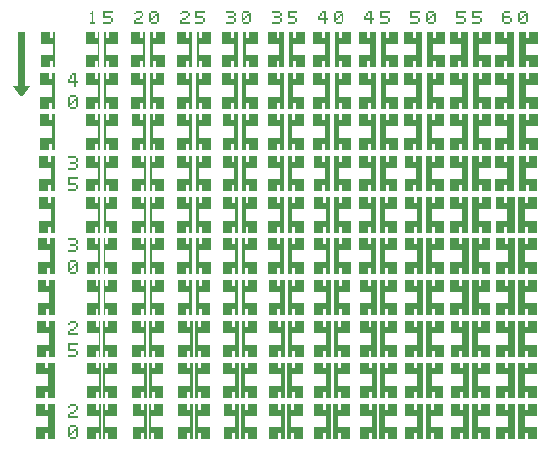
<source format=gbr>
G04 GERBER FILE EXPORTED BY LAYOUTEDITOR (HTTP://WWW.LAYOUTEDITOR.NET)*
%MOMM*%
%FSLAX46Y46*%
%INTop*%
%ADD010C,0.000000*%
D010*
G36*
G01X-5150000Y30000000D02*
X-4400000Y30000000D01*
X-4400000Y30500000D01*
X-4150000Y30500000D01*
X-4150000Y30000000D01*
X-4000000Y30000000D01*
X-4000000Y33000000D01*
X-4150000Y33000000D01*
X-4150000Y32500000D01*
X-4400000Y32500000D01*
X-4400000Y33000000D01*
X-5150000Y33000000D01*
X-5150000Y32000000D01*
X-4150000Y32000000D01*
X-4150000Y31000000D01*
X-5150000Y31000000D01*
X-5150000Y30000000D01*
G37*
G36*
G01X-5200000Y26500000D02*
X-4450000Y26500000D01*
X-4450000Y27000000D01*
X-4200000Y27000000D01*
X-4200000Y26500000D01*
X-4000000Y26500000D01*
X-4000000Y29500000D01*
X-4200000Y29500000D01*
X-4200000Y29000000D01*
X-4450000Y29000000D01*
X-4450000Y29500000D01*
X-5200000Y29500000D01*
X-5200000Y28500000D01*
X-4200000Y28500000D01*
X-4200000Y27500000D01*
X-5200000Y27500000D01*
X-5200000Y26500000D01*
G37*
G36*
G01X-5250000Y23000000D02*
X-4500000Y23000000D01*
X-4500000Y23500000D01*
X-4250000Y23500000D01*
X-4250000Y23000000D01*
X-4000000Y23000000D01*
X-4000000Y26000000D01*
X-4250000Y26000000D01*
X-4250000Y25500000D01*
X-4500000Y25500000D01*
X-4500000Y26000000D01*
X-5250000Y26000000D01*
X-5250000Y25000000D01*
X-4250000Y25000000D01*
X-4250000Y24000000D01*
X-5250000Y24000000D01*
X-5250000Y23000000D01*
G37*
G36*
G01X-5300000Y19500000D02*
X-4550000Y19500000D01*
X-4550000Y20000000D01*
X-4300000Y20000000D01*
X-4300000Y19500000D01*
X-4000000Y19500000D01*
X-4000000Y22500000D01*
X-4300000Y22500000D01*
X-4300000Y22000000D01*
X-4550000Y22000000D01*
X-4550000Y22500000D01*
X-5300000Y22500000D01*
X-5300000Y21500000D01*
X-4300000Y21500000D01*
X-4300000Y20500000D01*
X-5300000Y20500000D01*
X-5300000Y19500000D01*
G37*
G36*
G01X-5350000Y16000000D02*
X-4600000Y16000000D01*
X-4600000Y16500000D01*
X-4350000Y16500000D01*
X-4350000Y16000000D01*
X-4000000Y16000000D01*
X-4000000Y19000000D01*
X-4350000Y19000000D01*
X-4350000Y18500000D01*
X-4600000Y18500000D01*
X-4600000Y19000000D01*
X-5350000Y19000000D01*
X-5350000Y18000000D01*
X-4350000Y18000000D01*
X-4350000Y17000000D01*
X-5350000Y17000000D01*
X-5350000Y16000000D01*
G37*
G36*
G01X-5400000Y12500000D02*
X-4650000Y12500000D01*
X-4650000Y13000000D01*
X-4400000Y13000000D01*
X-4400000Y12500000D01*
X-4000000Y12500000D01*
X-4000000Y15500000D01*
X-4400000Y15500000D01*
X-4400000Y15000000D01*
X-4650000Y15000000D01*
X-4650000Y15500000D01*
X-5400000Y15500000D01*
X-5400000Y14500000D01*
X-4400000Y14500000D01*
X-4400000Y13500000D01*
X-5400000Y13500000D01*
X-5400000Y12500000D01*
G37*
G36*
G01X33400000Y-1500000D02*
X34150000Y-1500000D01*
X34150000Y-1000000D01*
X34400000Y-1000000D01*
X34400000Y-1500000D01*
X35000000Y-1500000D01*
X35000000Y1500000D01*
X34400000Y1500000D01*
X34400000Y1000000D01*
X34150000Y1000000D01*
X34150000Y1500000D01*
X33400000Y1500000D01*
X33400000Y500000D01*
X34400000Y500000D01*
X34400000Y-500000D01*
X33400000Y-500000D01*
X33400000Y-1500000D01*
G37*
G36*
G01X-5600000Y-1500000D02*
X-4850000Y-1500000D01*
X-4850000Y-1000000D01*
X-4600000Y-1000000D01*
X-4600000Y-1500000D01*
X-4000000Y-1500000D01*
X-4000000Y1500000D01*
X-4600000Y1500000D01*
X-4600000Y1000000D01*
X-4850000Y1000000D01*
X-4850000Y1500000D01*
X-5600000Y1500000D01*
X-5600000Y500000D01*
X-4600000Y500000D01*
X-4600000Y-500000D01*
X-5600000Y-500000D01*
X-5600000Y-1500000D01*
G37*
G36*
G01X-5550000Y2000000D02*
X-4800000Y2000000D01*
X-4800000Y2500000D01*
X-4550000Y2500000D01*
X-4550000Y2000000D01*
X-4000000Y2000000D01*
X-4000000Y5000000D01*
X-4550000Y5000000D01*
X-4550000Y4500000D01*
X-4800000Y4500000D01*
X-4800000Y5000000D01*
X-5550000Y5000000D01*
X-5550000Y4000000D01*
X-4550000Y4000000D01*
X-4550000Y3000000D01*
X-5550000Y3000000D01*
X-5550000Y2000000D01*
G37*
G36*
G01X-5500000Y5500000D02*
X-4750000Y5500000D01*
X-4750000Y6000000D01*
X-4500000Y6000000D01*
X-4500000Y5500000D01*
X-4000000Y5500000D01*
X-4000000Y8500000D01*
X-4500000Y8500000D01*
X-4500000Y8000000D01*
X-4750000Y8000000D01*
X-4750000Y8500000D01*
X-5500000Y8500000D01*
X-5500000Y7500000D01*
X-4500000Y7500000D01*
X-4500000Y6500000D01*
X-5500000Y6500000D01*
X-5500000Y5500000D01*
G37*
G36*
G01X-5450000Y9000000D02*
X-4700000Y9000000D01*
X-4700000Y9500000D01*
X-4450000Y9500000D01*
X-4450000Y9000000D01*
X-4000000Y9000000D01*
X-4000000Y12000000D01*
X-4450000Y12000000D01*
X-4450000Y11500000D01*
X-4700000Y11500000D01*
X-4700000Y12000000D01*
X-5450000Y12000000D01*
X-5450000Y11000000D01*
X-4450000Y11000000D01*
X-4450000Y10000000D01*
X-5450000Y10000000D01*
X-5450000Y9000000D01*
G37*
G36*
G01X-1312500Y16000000D02*
X-562500Y16000000D01*
X-562500Y16500000D01*
X-312500Y16500000D01*
X-312500Y16000000D01*
X-162500Y16000000D01*
X-162500Y19000000D01*
X-312500Y19000000D01*
X-312500Y18500000D01*
X-562500Y18500000D01*
X-562500Y19000000D01*
X-1312500Y19000000D01*
X-1312500Y18000000D01*
X-312500Y18000000D01*
X-312500Y17000000D01*
X-1312500Y17000000D01*
X-1312500Y16000000D01*
G37*
G36*
G01X162500Y16000000D02*
X312500Y16000000D01*
X312500Y16500000D01*
X562500Y16500000D01*
X562500Y16000000D01*
X1312500Y16000000D01*
X1312500Y17000000D01*
X312500Y17000000D01*
X312500Y18000000D01*
X1312500Y18000000D01*
X1312500Y19000000D01*
X562500Y19000000D01*
X562500Y18500000D01*
X312500Y18500000D01*
X312500Y19000000D01*
X162500Y19000000D01*
X162500Y16000000D01*
G37*
G36*
G01X2537500Y16000000D02*
X3287500Y16000000D01*
X3287500Y16500000D01*
X3537500Y16500000D01*
X3537500Y16000000D01*
X3737500Y16000000D01*
X3737500Y19000000D01*
X3537500Y19000000D01*
X3537500Y18500000D01*
X3287500Y18500000D01*
X3287500Y19000000D01*
X2537500Y19000000D01*
X2537500Y18000000D01*
X3537500Y18000000D01*
X3537500Y17000000D01*
X2537500Y17000000D01*
X2537500Y16000000D01*
G37*
G36*
G01X4062500Y16000000D02*
X4262500Y16000000D01*
X4262500Y16500000D01*
X4512500Y16500000D01*
X4512500Y16000000D01*
X5262500Y16000000D01*
X5262500Y17000000D01*
X4262500Y17000000D01*
X4262500Y18000000D01*
X5262500Y18000000D01*
X5262500Y19000000D01*
X4512500Y19000000D01*
X4512500Y18500000D01*
X4262500Y18500000D01*
X4262500Y19000000D01*
X4062500Y19000000D01*
X4062500Y16000000D01*
G37*
G36*
G01X6387500Y16000000D02*
X7137500Y16000000D01*
X7137500Y16500000D01*
X7387500Y16500000D01*
X7387500Y16000000D01*
X7637500Y16000000D01*
X7637500Y19000000D01*
X7387500Y19000000D01*
X7387500Y18500000D01*
X7137500Y18500000D01*
X7137500Y19000000D01*
X6387500Y19000000D01*
X6387500Y18000000D01*
X7387500Y18000000D01*
X7387500Y17000000D01*
X6387500Y17000000D01*
X6387500Y16000000D01*
G37*
G36*
G01X7962500Y16000000D02*
X8212500Y16000000D01*
X8212500Y16500000D01*
X8462500Y16500000D01*
X8462500Y16000000D01*
X9212500Y16000000D01*
X9212500Y17000000D01*
X8212500Y17000000D01*
X8212500Y18000000D01*
X9212500Y18000000D01*
X9212500Y19000000D01*
X8462500Y19000000D01*
X8462500Y18500000D01*
X8212500Y18500000D01*
X8212500Y19000000D01*
X7962500Y19000000D01*
X7962500Y16000000D01*
G37*
G36*
G01X10237500Y16000000D02*
X10987500Y16000000D01*
X10987500Y16500000D01*
X11237500Y16500000D01*
X11237500Y16000000D01*
X11537500Y16000000D01*
X11537500Y19000000D01*
X11237500Y19000000D01*
X11237500Y18500000D01*
X10987500Y18500000D01*
X10987500Y19000000D01*
X10237500Y19000000D01*
X10237500Y18000000D01*
X11237500Y18000000D01*
X11237500Y17000000D01*
X10237500Y17000000D01*
X10237500Y16000000D01*
G37*
G36*
G01X11862500Y16000000D02*
X12162500Y16000000D01*
X12162500Y16500000D01*
X12412500Y16500000D01*
X12412500Y16000000D01*
X13162500Y16000000D01*
X13162500Y17000000D01*
X12162500Y17000000D01*
X12162500Y18000000D01*
X13162500Y18000000D01*
X13162500Y19000000D01*
X12412500Y19000000D01*
X12412500Y18500000D01*
X12162500Y18500000D01*
X12162500Y19000000D01*
X11862500Y19000000D01*
X11862500Y16000000D01*
G37*
G36*
G01X14087500Y16000000D02*
X14837500Y16000000D01*
X14837500Y16500000D01*
X15087500Y16500000D01*
X15087500Y16000000D01*
X15437500Y16000000D01*
X15437500Y19000000D01*
X15087500Y19000000D01*
X15087500Y18500000D01*
X14837500Y18500000D01*
X14837500Y19000000D01*
X14087500Y19000000D01*
X14087500Y18000000D01*
X15087500Y18000000D01*
X15087500Y17000000D01*
X14087500Y17000000D01*
X14087500Y16000000D01*
G37*
G36*
G01X15762500Y16000000D02*
X16112500Y16000000D01*
X16112500Y16500000D01*
X16362500Y16500000D01*
X16362500Y16000000D01*
X17112500Y16000000D01*
X17112500Y17000000D01*
X16112500Y17000000D01*
X16112500Y18000000D01*
X17112500Y18000000D01*
X17112500Y19000000D01*
X16362500Y19000000D01*
X16362500Y18500000D01*
X16112500Y18500000D01*
X16112500Y19000000D01*
X15762500Y19000000D01*
X15762500Y16000000D01*
G37*
G36*
G01X17937500Y16000000D02*
X18687500Y16000000D01*
X18687500Y16500000D01*
X18937500Y16500000D01*
X18937500Y16000000D01*
X19337500Y16000000D01*
X19337500Y19000000D01*
X18937500Y19000000D01*
X18937500Y18500000D01*
X18687500Y18500000D01*
X18687500Y19000000D01*
X17937500Y19000000D01*
X17937500Y18000000D01*
X18937500Y18000000D01*
X18937500Y17000000D01*
X17937500Y17000000D01*
X17937500Y16000000D01*
G37*
G36*
G01X19662500Y16000000D02*
X20062500Y16000000D01*
X20062500Y16500000D01*
X20312500Y16500000D01*
X20312500Y16000000D01*
X21062500Y16000000D01*
X21062500Y17000000D01*
X20062500Y17000000D01*
X20062500Y18000000D01*
X21062500Y18000000D01*
X21062500Y19000000D01*
X20312500Y19000000D01*
X20312500Y18500000D01*
X20062500Y18500000D01*
X20062500Y19000000D01*
X19662500Y19000000D01*
X19662500Y16000000D01*
G37*
G36*
G01X21787500Y16000000D02*
X22537500Y16000000D01*
X22537500Y16500000D01*
X22787500Y16500000D01*
X22787500Y16000000D01*
X23237500Y16000000D01*
X23237500Y19000000D01*
X22787500Y19000000D01*
X22787500Y18500000D01*
X22537500Y18500000D01*
X22537500Y19000000D01*
X21787500Y19000000D01*
X21787500Y18000000D01*
X22787500Y18000000D01*
X22787500Y17000000D01*
X21787500Y17000000D01*
X21787500Y16000000D01*
G37*
G36*
G01X23562500Y16000000D02*
X24012500Y16000000D01*
X24012500Y16500000D01*
X24262500Y16500000D01*
X24262500Y16000000D01*
X25012500Y16000000D01*
X25012500Y17000000D01*
X24012500Y17000000D01*
X24012500Y18000000D01*
X25012500Y18000000D01*
X25012500Y19000000D01*
X24262500Y19000000D01*
X24262500Y18500000D01*
X24012500Y18500000D01*
X24012500Y19000000D01*
X23562500Y19000000D01*
X23562500Y16000000D01*
G37*
G36*
G01X25637500Y16000000D02*
X26387500Y16000000D01*
X26387500Y16500000D01*
X26637500Y16500000D01*
X26637500Y16000000D01*
X27137500Y16000000D01*
X27137500Y19000000D01*
X26637500Y19000000D01*
X26637500Y18500000D01*
X26387500Y18500000D01*
X26387500Y19000000D01*
X25637500Y19000000D01*
X25637500Y18000000D01*
X26637500Y18000000D01*
X26637500Y17000000D01*
X25637500Y17000000D01*
X25637500Y16000000D01*
G37*
G36*
G01X27462500Y16000000D02*
X27962500Y16000000D01*
X27962500Y16500000D01*
X28212500Y16500000D01*
X28212500Y16000000D01*
X28962500Y16000000D01*
X28962500Y17000000D01*
X27962500Y17000000D01*
X27962500Y18000000D01*
X28962500Y18000000D01*
X28962500Y19000000D01*
X28212500Y19000000D01*
X28212500Y18500000D01*
X27962500Y18500000D01*
X27962500Y19000000D01*
X27462500Y19000000D01*
X27462500Y16000000D01*
G37*
G36*
G01X29487500Y16000000D02*
X30237500Y16000000D01*
X30237500Y16500000D01*
X30487500Y16500000D01*
X30487500Y16000000D01*
X31037500Y16000000D01*
X31037500Y19000000D01*
X30487500Y19000000D01*
X30487500Y18500000D01*
X30237500Y18500000D01*
X30237500Y19000000D01*
X29487500Y19000000D01*
X29487500Y18000000D01*
X30487500Y18000000D01*
X30487500Y17000000D01*
X29487500Y17000000D01*
X29487500Y16000000D01*
G37*
G36*
G01X31362500Y16000000D02*
X31912500Y16000000D01*
X31912500Y16500000D01*
X32162500Y16500000D01*
X32162500Y16000000D01*
X32912500Y16000000D01*
X32912500Y17000000D01*
X31912500Y17000000D01*
X31912500Y18000000D01*
X32912500Y18000000D01*
X32912500Y19000000D01*
X32162500Y19000000D01*
X32162500Y18500000D01*
X31912500Y18500000D01*
X31912500Y19000000D01*
X31362500Y19000000D01*
X31362500Y16000000D01*
G37*
G36*
G01X33337500Y16000000D02*
X34087500Y16000000D01*
X34087500Y16500000D01*
X34337500Y16500000D01*
X34337500Y16000000D01*
X34937500Y16000000D01*
X34937500Y19000000D01*
X34337500Y19000000D01*
X34337500Y18500000D01*
X34087500Y18500000D01*
X34087500Y19000000D01*
X33337500Y19000000D01*
X33337500Y18000000D01*
X34337500Y18000000D01*
X34337500Y17000000D01*
X33337500Y17000000D01*
X33337500Y16000000D01*
G37*
G36*
G01X35262500Y16000000D02*
X35862500Y16000000D01*
X35862500Y16500000D01*
X36112500Y16500000D01*
X36112500Y16000000D01*
X36862500Y16000000D01*
X36862500Y17000000D01*
X35862500Y17000000D01*
X35862500Y18000000D01*
X36862500Y18000000D01*
X36862500Y19000000D01*
X36112500Y19000000D01*
X36112500Y18500000D01*
X35862500Y18500000D01*
X35862500Y19000000D01*
X35262500Y19000000D01*
X35262500Y16000000D01*
G37*
G36*
G01X14037500Y30000000D02*
X14787500Y30000000D01*
X14787500Y30500000D01*
X15037500Y30500000D01*
X15037500Y30000000D01*
X15387500Y30000000D01*
X15387500Y33000000D01*
X15037500Y33000000D01*
X15037500Y32500000D01*
X14787500Y32500000D01*
X14787500Y33000000D01*
X14037500Y33000000D01*
X14037500Y32000000D01*
X15037500Y32000000D01*
X15037500Y31000000D01*
X14037500Y31000000D01*
X14037500Y30000000D01*
G37*
G36*
G01X14062500Y23000000D02*
X14812500Y23000000D01*
X14812500Y23500000D01*
X15062500Y23500000D01*
X15062500Y23000000D01*
X15412500Y23000000D01*
X15412500Y26000000D01*
X15062500Y26000000D01*
X15062500Y25500000D01*
X14812500Y25500000D01*
X14812500Y26000000D01*
X14062500Y26000000D01*
X14062500Y25000000D01*
X15062500Y25000000D01*
X15062500Y24000000D01*
X14062500Y24000000D01*
X14062500Y23000000D01*
G37*
G36*
G01X14075000Y19500000D02*
X14825000Y19500000D01*
X14825000Y20000000D01*
X15075000Y20000000D01*
X15075000Y19500000D01*
X15425000Y19500000D01*
X15425000Y22500000D01*
X15075000Y22500000D01*
X15075000Y22000000D01*
X14825000Y22000000D01*
X14825000Y22500000D01*
X14075000Y22500000D01*
X14075000Y21500000D01*
X15075000Y21500000D01*
X15075000Y20500000D01*
X14075000Y20500000D01*
X14075000Y19500000D01*
G37*
G36*
G01X14050000Y26500000D02*
X14800000Y26500000D01*
X14800000Y27000000D01*
X15050000Y27000000D01*
X15050000Y26500000D01*
X15400000Y26500000D01*
X15400000Y29500000D01*
X15050000Y29500000D01*
X15050000Y29000000D01*
X14800000Y29000000D01*
X14800000Y29500000D01*
X14050000Y29500000D01*
X14050000Y28500000D01*
X15050000Y28500000D01*
X15050000Y27500000D01*
X14050000Y27500000D01*
X14050000Y26500000D01*
G37*
G36*
G01X14112500Y9000000D02*
X14862500Y9000000D01*
X14862500Y9500000D01*
X15112500Y9500000D01*
X15112500Y9000000D01*
X15462500Y9000000D01*
X15462500Y12000000D01*
X15112500Y12000000D01*
X15112500Y11500000D01*
X14862500Y11500000D01*
X14862500Y12000000D01*
X14112500Y12000000D01*
X14112500Y11000000D01*
X15112500Y11000000D01*
X15112500Y10000000D01*
X14112500Y10000000D01*
X14112500Y9000000D01*
G37*
G36*
G01X14100000Y12500000D02*
X14850000Y12500000D01*
X14850000Y13000000D01*
X15100000Y13000000D01*
X15100000Y12500000D01*
X15450000Y12500000D01*
X15450000Y15500000D01*
X15100000Y15500000D01*
X15100000Y15000000D01*
X14850000Y15000000D01*
X14850000Y15500000D01*
X14100000Y15500000D01*
X14100000Y14500000D01*
X15100000Y14500000D01*
X15100000Y13500000D01*
X14100000Y13500000D01*
X14100000Y12500000D01*
G37*
G36*
G01X14150000Y-1500000D02*
X14900000Y-1500000D01*
X14900000Y-1000000D01*
X15150000Y-1000000D01*
X15150000Y-1500000D01*
X15500000Y-1500000D01*
X15500000Y1500000D01*
X15150000Y1500000D01*
X15150000Y1000000D01*
X14900000Y1000000D01*
X14900000Y1500000D01*
X14150000Y1500000D01*
X14150000Y500000D01*
X15150000Y500000D01*
X15150000Y-500000D01*
X14150000Y-500000D01*
X14150000Y-1500000D01*
G37*
G36*
G01X14137500Y2000000D02*
X14887500Y2000000D01*
X14887500Y2500000D01*
X15137500Y2500000D01*
X15137500Y2000000D01*
X15487500Y2000000D01*
X15487500Y5000000D01*
X15137500Y5000000D01*
X15137500Y4500000D01*
X14887500Y4500000D01*
X14887500Y5000000D01*
X14137500Y5000000D01*
X14137500Y4000000D01*
X15137500Y4000000D01*
X15137500Y3000000D01*
X14137500Y3000000D01*
X14137500Y2000000D01*
G37*
G36*
G01X14125000Y5500000D02*
X14875000Y5500000D01*
X14875000Y6000000D01*
X15125000Y6000000D01*
X15125000Y5500000D01*
X15475000Y5500000D01*
X15475000Y8500000D01*
X15125000Y8500000D01*
X15125000Y8000000D01*
X14875000Y8000000D01*
X14875000Y8500000D01*
X14125000Y8500000D01*
X14125000Y7500000D01*
X15125000Y7500000D01*
X15125000Y6500000D01*
X14125000Y6500000D01*
X14125000Y5500000D01*
G37*
G36*
G01X17925000Y19500000D02*
X18675000Y19500000D01*
X18675000Y20000000D01*
X18925000Y20000000D01*
X18925000Y19500000D01*
X19325000Y19500000D01*
X19325000Y22500000D01*
X18925000Y22500000D01*
X18925000Y22000000D01*
X18675000Y22000000D01*
X18675000Y22500000D01*
X17925000Y22500000D01*
X17925000Y21500000D01*
X18925000Y21500000D01*
X18925000Y20500000D01*
X17925000Y20500000D01*
X17925000Y19500000D01*
G37*
G36*
G01X17912500Y23000000D02*
X18662500Y23000000D01*
X18662500Y23500000D01*
X18912500Y23500000D01*
X18912500Y23000000D01*
X19312500Y23000000D01*
X19312500Y26000000D01*
X18912500Y26000000D01*
X18912500Y25500000D01*
X18662500Y25500000D01*
X18662500Y26000000D01*
X17912500Y26000000D01*
X17912500Y25000000D01*
X18912500Y25000000D01*
X18912500Y24000000D01*
X17912500Y24000000D01*
X17912500Y23000000D01*
G37*
G36*
G01X19687500Y23000000D02*
X20087500Y23000000D01*
X20087500Y23500000D01*
X20337500Y23500000D01*
X20337500Y23000000D01*
X21087500Y23000000D01*
X21087500Y24000000D01*
X20087500Y24000000D01*
X20087500Y25000000D01*
X21087500Y25000000D01*
X21087500Y26000000D01*
X20337500Y26000000D01*
X20337500Y25500000D01*
X20087500Y25500000D01*
X20087500Y26000000D01*
X19687500Y26000000D01*
X19687500Y23000000D01*
G37*
G36*
G01X21762500Y23000000D02*
X22512500Y23000000D01*
X22512500Y23500000D01*
X22762500Y23500000D01*
X22762500Y23000000D01*
X23212500Y23000000D01*
X23212500Y26000000D01*
X22762500Y26000000D01*
X22762500Y25500000D01*
X22512500Y25500000D01*
X22512500Y26000000D01*
X21762500Y26000000D01*
X21762500Y25000000D01*
X22762500Y25000000D01*
X22762500Y24000000D01*
X21762500Y24000000D01*
X21762500Y23000000D01*
G37*
G36*
G01X23587500Y23000000D02*
X24037500Y23000000D01*
X24037500Y23500000D01*
X24287500Y23500000D01*
X24287500Y23000000D01*
X25037500Y23000000D01*
X25037500Y24000000D01*
X24037500Y24000000D01*
X24037500Y25000000D01*
X25037500Y25000000D01*
X25037500Y26000000D01*
X24287500Y26000000D01*
X24287500Y25500000D01*
X24037500Y25500000D01*
X24037500Y26000000D01*
X23587500Y26000000D01*
X23587500Y23000000D01*
G37*
G36*
G01X25612500Y23000000D02*
X26362500Y23000000D01*
X26362500Y23500000D01*
X26612500Y23500000D01*
X26612500Y23000000D01*
X27112500Y23000000D01*
X27112500Y26000000D01*
X26612500Y26000000D01*
X26612500Y25500000D01*
X26362500Y25500000D01*
X26362500Y26000000D01*
X25612500Y26000000D01*
X25612500Y25000000D01*
X26612500Y25000000D01*
X26612500Y24000000D01*
X25612500Y24000000D01*
X25612500Y23000000D01*
G37*
G36*
G01X27487500Y23000000D02*
X27987500Y23000000D01*
X27987500Y23500000D01*
X28237500Y23500000D01*
X28237500Y23000000D01*
X28987500Y23000000D01*
X28987500Y24000000D01*
X27987500Y24000000D01*
X27987500Y25000000D01*
X28987500Y25000000D01*
X28987500Y26000000D01*
X28237500Y26000000D01*
X28237500Y25500000D01*
X27987500Y25500000D01*
X27987500Y26000000D01*
X27487500Y26000000D01*
X27487500Y23000000D01*
G37*
G36*
G01X29462500Y23000000D02*
X30212500Y23000000D01*
X30212500Y23500000D01*
X30462500Y23500000D01*
X30462500Y23000000D01*
X31012500Y23000000D01*
X31012500Y26000000D01*
X30462500Y26000000D01*
X30462500Y25500000D01*
X30212500Y25500000D01*
X30212500Y26000000D01*
X29462500Y26000000D01*
X29462500Y25000000D01*
X30462500Y25000000D01*
X30462500Y24000000D01*
X29462500Y24000000D01*
X29462500Y23000000D01*
G37*
G36*
G01X31387500Y23000000D02*
X31937500Y23000000D01*
X31937500Y23500000D01*
X32187500Y23500000D01*
X32187500Y23000000D01*
X32937500Y23000000D01*
X32937500Y24000000D01*
X31937500Y24000000D01*
X31937500Y25000000D01*
X32937500Y25000000D01*
X32937500Y26000000D01*
X32187500Y26000000D01*
X32187500Y25500000D01*
X31937500Y25500000D01*
X31937500Y26000000D01*
X31387500Y26000000D01*
X31387500Y23000000D01*
G37*
G36*
G01X33312500Y23000000D02*
X34062500Y23000000D01*
X34062500Y23500000D01*
X34312500Y23500000D01*
X34312500Y23000000D01*
X34912500Y23000000D01*
X34912500Y26000000D01*
X34312500Y26000000D01*
X34312500Y25500000D01*
X34062500Y25500000D01*
X34062500Y26000000D01*
X33312500Y26000000D01*
X33312500Y25000000D01*
X34312500Y25000000D01*
X34312500Y24000000D01*
X33312500Y24000000D01*
X33312500Y23000000D01*
G37*
G36*
G01X35287500Y23000000D02*
X35887500Y23000000D01*
X35887500Y23500000D01*
X36137500Y23500000D01*
X36137500Y23000000D01*
X36887500Y23000000D01*
X36887500Y24000000D01*
X35887500Y24000000D01*
X35887500Y25000000D01*
X36887500Y25000000D01*
X36887500Y26000000D01*
X36137500Y26000000D01*
X36137500Y25500000D01*
X35887500Y25500000D01*
X35887500Y26000000D01*
X35287500Y26000000D01*
X35287500Y23000000D01*
G37*
G36*
G01X19675000Y19500000D02*
X20075000Y19500000D01*
X20075000Y20000000D01*
X20325000Y20000000D01*
X20325000Y19500000D01*
X21075000Y19500000D01*
X21075000Y20500000D01*
X20075000Y20500000D01*
X20075000Y21500000D01*
X21075000Y21500000D01*
X21075000Y22500000D01*
X20325000Y22500000D01*
X20325000Y22000000D01*
X20075000Y22000000D01*
X20075000Y22500000D01*
X19675000Y22500000D01*
X19675000Y19500000D01*
G37*
G36*
G01X17900000Y26500000D02*
X18650000Y26500000D01*
X18650000Y27000000D01*
X18900000Y27000000D01*
X18900000Y26500000D01*
X19300000Y26500000D01*
X19300000Y29500000D01*
X18900000Y29500000D01*
X18900000Y29000000D01*
X18650000Y29000000D01*
X18650000Y29500000D01*
X17900000Y29500000D01*
X17900000Y28500000D01*
X18900000Y28500000D01*
X18900000Y27500000D01*
X17900000Y27500000D01*
X17900000Y26500000D01*
G37*
G36*
G01X19700000Y26500000D02*
X20100000Y26500000D01*
X20100000Y27000000D01*
X20350000Y27000000D01*
X20350000Y26500000D01*
X21100000Y26500000D01*
X21100000Y27500000D01*
X20100000Y27500000D01*
X20100000Y28500000D01*
X21100000Y28500000D01*
X21100000Y29500000D01*
X20350000Y29500000D01*
X20350000Y29000000D01*
X20100000Y29000000D01*
X20100000Y29500000D01*
X19700000Y29500000D01*
X19700000Y26500000D01*
G37*
G36*
G01X21750000Y26500000D02*
X22500000Y26500000D01*
X22500000Y27000000D01*
X22750000Y27000000D01*
X22750000Y26500000D01*
X23200000Y26500000D01*
X23200000Y29500000D01*
X22750000Y29500000D01*
X22750000Y29000000D01*
X22500000Y29000000D01*
X22500000Y29500000D01*
X21750000Y29500000D01*
X21750000Y28500000D01*
X22750000Y28500000D01*
X22750000Y27500000D01*
X21750000Y27500000D01*
X21750000Y26500000D01*
G37*
G36*
G01X23600000Y26500000D02*
X24050000Y26500000D01*
X24050000Y27000000D01*
X24300000Y27000000D01*
X24300000Y26500000D01*
X25050000Y26500000D01*
X25050000Y27500000D01*
X24050000Y27500000D01*
X24050000Y28500000D01*
X25050000Y28500000D01*
X25050000Y29500000D01*
X24300000Y29500000D01*
X24300000Y29000000D01*
X24050000Y29000000D01*
X24050000Y29500000D01*
X23600000Y29500000D01*
X23600000Y26500000D01*
G37*
G36*
G01X25600000Y26500000D02*
X26350000Y26500000D01*
X26350000Y27000000D01*
X26600000Y27000000D01*
X26600000Y26500000D01*
X27100000Y26500000D01*
X27100000Y29500000D01*
X26600000Y29500000D01*
X26600000Y29000000D01*
X26350000Y29000000D01*
X26350000Y29500000D01*
X25600000Y29500000D01*
X25600000Y28500000D01*
X26600000Y28500000D01*
X26600000Y27500000D01*
X25600000Y27500000D01*
X25600000Y26500000D01*
G37*
G36*
G01X27500000Y26500000D02*
X28000000Y26500000D01*
X28000000Y27000000D01*
X28250000Y27000000D01*
X28250000Y26500000D01*
X29000000Y26500000D01*
X29000000Y27500000D01*
X28000000Y27500000D01*
X28000000Y28500000D01*
X29000000Y28500000D01*
X29000000Y29500000D01*
X28250000Y29500000D01*
X28250000Y29000000D01*
X28000000Y29000000D01*
X28000000Y29500000D01*
X27500000Y29500000D01*
X27500000Y26500000D01*
G37*
G36*
G01X29450000Y26500000D02*
X30200000Y26500000D01*
X30200000Y27000000D01*
X30450000Y27000000D01*
X30450000Y26500000D01*
X31000000Y26500000D01*
X31000000Y29500000D01*
X30450000Y29500000D01*
X30450000Y29000000D01*
X30200000Y29000000D01*
X30200000Y29500000D01*
X29450000Y29500000D01*
X29450000Y28500000D01*
X30450000Y28500000D01*
X30450000Y27500000D01*
X29450000Y27500000D01*
X29450000Y26500000D01*
G37*
G36*
G01X31400000Y26500000D02*
X31950000Y26500000D01*
X31950000Y27000000D01*
X32200000Y27000000D01*
X32200000Y26500000D01*
X32950000Y26500000D01*
X32950000Y27500000D01*
X31950000Y27500000D01*
X31950000Y28500000D01*
X32950000Y28500000D01*
X32950000Y29500000D01*
X32200000Y29500000D01*
X32200000Y29000000D01*
X31950000Y29000000D01*
X31950000Y29500000D01*
X31400000Y29500000D01*
X31400000Y26500000D01*
G37*
G36*
G01X33300000Y26500000D02*
X34050000Y26500000D01*
X34050000Y27000000D01*
X34300000Y27000000D01*
X34300000Y26500000D01*
X34900000Y26500000D01*
X34900000Y29500000D01*
X34300000Y29500000D01*
X34300000Y29000000D01*
X34050000Y29000000D01*
X34050000Y29500000D01*
X33300000Y29500000D01*
X33300000Y28500000D01*
X34300000Y28500000D01*
X34300000Y27500000D01*
X33300000Y27500000D01*
X33300000Y26500000D01*
G37*
G36*
G01X35300000Y26500000D02*
X35900000Y26500000D01*
X35900000Y27000000D01*
X36150000Y27000000D01*
X36150000Y26500000D01*
X36900000Y26500000D01*
X36900000Y27500000D01*
X35900000Y27500000D01*
X35900000Y28500000D01*
X36900000Y28500000D01*
X36900000Y29500000D01*
X36150000Y29500000D01*
X36150000Y29000000D01*
X35900000Y29000000D01*
X35900000Y29500000D01*
X35300000Y29500000D01*
X35300000Y26500000D01*
G37*
G36*
G01X21775000Y19500000D02*
X22525000Y19500000D01*
X22525000Y20000000D01*
X22775000Y20000000D01*
X22775000Y19500000D01*
X23225000Y19500000D01*
X23225000Y22500000D01*
X22775000Y22500000D01*
X22775000Y22000000D01*
X22525000Y22000000D01*
X22525000Y22500000D01*
X21775000Y22500000D01*
X21775000Y21500000D01*
X22775000Y21500000D01*
X22775000Y20500000D01*
X21775000Y20500000D01*
X21775000Y19500000D01*
G37*
G36*
G01X17887500Y30000000D02*
X18637500Y30000000D01*
X18637500Y30500000D01*
X18887500Y30500000D01*
X18887500Y30000000D01*
X19287500Y30000000D01*
X19287500Y33000000D01*
X18887500Y33000000D01*
X18887500Y32500000D01*
X18637500Y32500000D01*
X18637500Y33000000D01*
X17887500Y33000000D01*
X17887500Y32000000D01*
X18887500Y32000000D01*
X18887500Y31000000D01*
X17887500Y31000000D01*
X17887500Y30000000D01*
G37*
G36*
G01X19712500Y30000000D02*
X20112500Y30000000D01*
X20112500Y30500000D01*
X20362500Y30500000D01*
X20362500Y30000000D01*
X21112500Y30000000D01*
X21112500Y31000000D01*
X20112500Y31000000D01*
X20112500Y32000000D01*
X21112500Y32000000D01*
X21112500Y33000000D01*
X20362500Y33000000D01*
X20362500Y32500000D01*
X20112500Y32500000D01*
X20112500Y33000000D01*
X19712500Y33000000D01*
X19712500Y30000000D01*
G37*
G36*
G01X21737500Y30000000D02*
X22487500Y30000000D01*
X22487500Y30500000D01*
X22737500Y30500000D01*
X22737500Y30000000D01*
X23187500Y30000000D01*
X23187500Y33000000D01*
X22737500Y33000000D01*
X22737500Y32500000D01*
X22487500Y32500000D01*
X22487500Y33000000D01*
X21737500Y33000000D01*
X21737500Y32000000D01*
X22737500Y32000000D01*
X22737500Y31000000D01*
X21737500Y31000000D01*
X21737500Y30000000D01*
G37*
G36*
G01X23612500Y30000000D02*
X24062500Y30000000D01*
X24062500Y30500000D01*
X24312500Y30500000D01*
X24312500Y30000000D01*
X25062500Y30000000D01*
X25062500Y31000000D01*
X24062500Y31000000D01*
X24062500Y32000000D01*
X25062500Y32000000D01*
X25062500Y33000000D01*
X24312500Y33000000D01*
X24312500Y32500000D01*
X24062500Y32500000D01*
X24062500Y33000000D01*
X23612500Y33000000D01*
X23612500Y30000000D01*
G37*
G36*
G01X25587500Y30000000D02*
X26337500Y30000000D01*
X26337500Y30500000D01*
X26587500Y30500000D01*
X26587500Y30000000D01*
X27087500Y30000000D01*
X27087500Y33000000D01*
X26587500Y33000000D01*
X26587500Y32500000D01*
X26337500Y32500000D01*
X26337500Y33000000D01*
X25587500Y33000000D01*
X25587500Y32000000D01*
X26587500Y32000000D01*
X26587500Y31000000D01*
X25587500Y31000000D01*
X25587500Y30000000D01*
G37*
G36*
G01X27512500Y30000000D02*
X28012500Y30000000D01*
X28012500Y30500000D01*
X28262500Y30500000D01*
X28262500Y30000000D01*
X29012500Y30000000D01*
X29012500Y31000000D01*
X28012500Y31000000D01*
X28012500Y32000000D01*
X29012500Y32000000D01*
X29012500Y33000000D01*
X28262500Y33000000D01*
X28262500Y32500000D01*
X28012500Y32500000D01*
X28012500Y33000000D01*
X27512500Y33000000D01*
X27512500Y30000000D01*
G37*
G36*
G01X29437500Y30000000D02*
X30187500Y30000000D01*
X30187500Y30500000D01*
X30437500Y30500000D01*
X30437500Y30000000D01*
X30987500Y30000000D01*
X30987500Y33000000D01*
X30437500Y33000000D01*
X30437500Y32500000D01*
X30187500Y32500000D01*
X30187500Y33000000D01*
X29437500Y33000000D01*
X29437500Y32000000D01*
X30437500Y32000000D01*
X30437500Y31000000D01*
X29437500Y31000000D01*
X29437500Y30000000D01*
G37*
G36*
G01X31412500Y30000000D02*
X31962500Y30000000D01*
X31962500Y30500000D01*
X32212500Y30500000D01*
X32212500Y30000000D01*
X32962500Y30000000D01*
X32962500Y31000000D01*
X31962500Y31000000D01*
X31962500Y32000000D01*
X32962500Y32000000D01*
X32962500Y33000000D01*
X32212500Y33000000D01*
X32212500Y32500000D01*
X31962500Y32500000D01*
X31962500Y33000000D01*
X31412500Y33000000D01*
X31412500Y30000000D01*
G37*
G36*
G01X33287500Y30000000D02*
X34037500Y30000000D01*
X34037500Y30500000D01*
X34287500Y30500000D01*
X34287500Y30000000D01*
X34887500Y30000000D01*
X34887500Y33000000D01*
X34287500Y33000000D01*
X34287500Y32500000D01*
X34037500Y32500000D01*
X34037500Y33000000D01*
X33287500Y33000000D01*
X33287500Y32000000D01*
X34287500Y32000000D01*
X34287500Y31000000D01*
X33287500Y31000000D01*
X33287500Y30000000D01*
G37*
G36*
G01X35312500Y30000000D02*
X35912500Y30000000D01*
X35912500Y30500000D01*
X36162500Y30500000D01*
X36162500Y30000000D01*
X36912500Y30000000D01*
X36912500Y31000000D01*
X35912500Y31000000D01*
X35912500Y32000000D01*
X36912500Y32000000D01*
X36912500Y33000000D01*
X36162500Y33000000D01*
X36162500Y32500000D01*
X35912500Y32500000D01*
X35912500Y33000000D01*
X35312500Y33000000D01*
X35312500Y30000000D01*
G37*
G36*
G01X23575000Y19500000D02*
X24025000Y19500000D01*
X24025000Y20000000D01*
X24275000Y20000000D01*
X24275000Y19500000D01*
X25025000Y19500000D01*
X25025000Y20500000D01*
X24025000Y20500000D01*
X24025000Y21500000D01*
X25025000Y21500000D01*
X25025000Y22500000D01*
X24275000Y22500000D01*
X24275000Y22000000D01*
X24025000Y22000000D01*
X24025000Y22500000D01*
X23575000Y22500000D01*
X23575000Y19500000D01*
G37*
G36*
G01X19620833Y33800000D02*
X19787500Y33800000D01*
X19787500Y33966667D01*
X19954167Y33966667D01*
X19954167Y34133333D01*
X19787500Y34133333D01*
X19787500Y34633333D01*
X19620833Y34633333D01*
X19620833Y33800000D01*
G37*
G36*
G01X20287500Y33800000D02*
X20454167Y33800000D01*
X20454167Y34633333D01*
X20287500Y34633333D01*
X20287500Y34466667D01*
X20120833Y34466667D01*
X20120833Y34300000D01*
X20287500Y34300000D01*
X20287500Y33800000D01*
G37*
G36*
G01X27420833Y33800000D02*
X27587500Y33800000D01*
X27587500Y33966667D01*
X27754167Y33966667D01*
X27754167Y34133333D01*
X27587500Y34133333D01*
X27587500Y34633333D01*
X27420833Y34633333D01*
X27420833Y33800000D01*
G37*
G36*
G01X28087500Y33800000D02*
X28254167Y33800000D01*
X28254167Y34633333D01*
X28087500Y34633333D01*
X28087500Y34466667D01*
X27920833Y34466667D01*
X27920833Y34300000D01*
X28087500Y34300000D01*
X28087500Y33800000D01*
G37*
G36*
G01X33887500Y33800000D02*
X34054167Y33800000D01*
X34054167Y34133333D01*
X34554167Y34133333D01*
X34554167Y34300000D01*
X34054167Y34300000D01*
X34054167Y34633333D01*
X33887500Y34633333D01*
X33887500Y33800000D01*
G37*
G36*
G01X35220833Y33800000D02*
X35387500Y33800000D01*
X35387500Y33966667D01*
X35554167Y33966667D01*
X35554167Y34133333D01*
X35387500Y34133333D01*
X35387500Y34633333D01*
X35220833Y34633333D01*
X35220833Y33800000D01*
G37*
G36*
G01X35887500Y33800000D02*
X36054167Y33800000D01*
X36054167Y34633333D01*
X35887500Y34633333D01*
X35887500Y34466667D01*
X35720833Y34466667D01*
X35720833Y34300000D01*
X35887500Y34300000D01*
X35887500Y33800000D01*
G37*
G36*
G01X25625000Y19500000D02*
X26375000Y19500000D01*
X26375000Y20000000D01*
X26625000Y20000000D01*
X26625000Y19500000D01*
X27125000Y19500000D01*
X27125000Y22500000D01*
X26625000Y22500000D01*
X26625000Y22000000D01*
X26375000Y22000000D01*
X26375000Y22500000D01*
X25625000Y22500000D01*
X25625000Y21500000D01*
X26625000Y21500000D01*
X26625000Y20500000D01*
X25625000Y20500000D01*
X25625000Y19500000D01*
G37*
G36*
G01X18787500Y33633333D02*
X18954167Y33633333D01*
X18954167Y33966667D01*
X19120833Y33966667D01*
X19120833Y34133333D01*
X18954167Y34133333D01*
X18954167Y34800000D01*
X18620833Y34800000D01*
X18620833Y34633333D01*
X18787500Y34633333D01*
X18787500Y34133333D01*
X18454167Y34133333D01*
X18454167Y34300000D01*
X18287500Y34300000D01*
X18287500Y33966667D01*
X18787500Y33966667D01*
X18787500Y33633333D01*
G37*
G36*
G01X22687500Y33633333D02*
X22854167Y33633333D01*
X22854167Y33966667D01*
X23020833Y33966667D01*
X23020833Y34133333D01*
X22854167Y34133333D01*
X22854167Y34800000D01*
X22520833Y34800000D01*
X22520833Y34633333D01*
X22687500Y34633333D01*
X22687500Y34133333D01*
X22354167Y34133333D01*
X22354167Y34300000D01*
X22187500Y34300000D01*
X22187500Y33966667D01*
X22687500Y33966667D01*
X22687500Y33633333D01*
G37*
G36*
G01X23520833Y34133333D02*
X24187500Y34133333D01*
X24187500Y34300000D01*
X23687500Y34300000D01*
X23687500Y34633333D01*
X24354167Y34633333D01*
X24354167Y34800000D01*
X23520833Y34800000D01*
X23520833Y34133333D01*
G37*
G36*
G01X26087500Y34133333D02*
X26754167Y34133333D01*
X26754167Y34300000D01*
X26254167Y34300000D01*
X26254167Y34633333D01*
X26920833Y34633333D01*
X26920833Y34800000D01*
X26087500Y34800000D01*
X26087500Y34133333D01*
G37*
G36*
G01X29987500Y34133333D02*
X30654167Y34133333D01*
X30654167Y34300000D01*
X30154167Y34300000D01*
X30154167Y34633333D01*
X30820833Y34633333D01*
X30820833Y34800000D01*
X29987500Y34800000D01*
X29987500Y34133333D01*
G37*
G36*
G01X31320833Y34133333D02*
X31987500Y34133333D01*
X31987500Y34300000D01*
X31487500Y34300000D01*
X31487500Y34633333D01*
X32154167Y34633333D01*
X32154167Y34800000D01*
X31320833Y34800000D01*
X31320833Y34133333D01*
G37*
G36*
G01X27475000Y19500000D02*
X27975000Y19500000D01*
X27975000Y20000000D01*
X28225000Y20000000D01*
X28225000Y19500000D01*
X28975000Y19500000D01*
X28975000Y20500000D01*
X27975000Y20500000D01*
X27975000Y21500000D01*
X28975000Y21500000D01*
X28975000Y22500000D01*
X28225000Y22500000D01*
X28225000Y22000000D01*
X27975000Y22000000D01*
X27975000Y22500000D01*
X27475000Y22500000D01*
X27475000Y19500000D01*
G37*
G36*
G01X15775000Y19500000D02*
X16125000Y19500000D01*
X16125000Y20000000D01*
X16375000Y20000000D01*
X16375000Y19500000D01*
X17125000Y19500000D01*
X17125000Y20500000D01*
X16125000Y20500000D01*
X16125000Y21500000D01*
X17125000Y21500000D01*
X17125000Y22500000D01*
X16375000Y22500000D01*
X16375000Y22000000D01*
X16125000Y22000000D01*
X16125000Y22500000D01*
X15775000Y22500000D01*
X15775000Y19500000D01*
G37*
G36*
G01X15787500Y23000000D02*
X16137500Y23000000D01*
X16137500Y23500000D01*
X16387500Y23500000D01*
X16387500Y23000000D01*
X17137500Y23000000D01*
X17137500Y24000000D01*
X16137500Y24000000D01*
X16137500Y25000000D01*
X17137500Y25000000D01*
X17137500Y26000000D01*
X16387500Y26000000D01*
X16387500Y25500000D01*
X16137500Y25500000D01*
X16137500Y26000000D01*
X15787500Y26000000D01*
X15787500Y23000000D01*
G37*
G36*
G01X15800000Y26500000D02*
X16150000Y26500000D01*
X16150000Y27000000D01*
X16400000Y27000000D01*
X16400000Y26500000D01*
X17150000Y26500000D01*
X17150000Y27500000D01*
X16150000Y27500000D01*
X16150000Y28500000D01*
X17150000Y28500000D01*
X17150000Y29500000D01*
X16400000Y29500000D01*
X16400000Y29000000D01*
X16150000Y29000000D01*
X16150000Y29500000D01*
X15800000Y29500000D01*
X15800000Y26500000D01*
G37*
G36*
G01X15812500Y30000000D02*
X16162500Y30000000D01*
X16162500Y30500000D01*
X16412500Y30500000D01*
X16412500Y30000000D01*
X17162500Y30000000D01*
X17162500Y31000000D01*
X16162500Y31000000D01*
X16162500Y32000000D01*
X17162500Y32000000D01*
X17162500Y33000000D01*
X16412500Y33000000D01*
X16412500Y32500000D01*
X16162500Y32500000D01*
X16162500Y33000000D01*
X15812500Y33000000D01*
X15812500Y30000000D01*
G37*
G36*
G01X15720833Y34133333D02*
X16387500Y34133333D01*
X16387500Y34300000D01*
X15887500Y34300000D01*
X15887500Y34633333D01*
X16554167Y34633333D01*
X16554167Y34800000D01*
X15720833Y34800000D01*
X15720833Y34133333D01*
G37*
G36*
G01X29475000Y19500000D02*
X30225000Y19500000D01*
X30225000Y20000000D01*
X30475000Y20000000D01*
X30475000Y19500000D01*
X31025000Y19500000D01*
X31025000Y22500000D01*
X30475000Y22500000D01*
X30475000Y22000000D01*
X30225000Y22000000D01*
X30225000Y22500000D01*
X29475000Y22500000D01*
X29475000Y21500000D01*
X30475000Y21500000D01*
X30475000Y20500000D01*
X29475000Y20500000D01*
X29475000Y19500000D01*
G37*
G36*
G01X31375000Y19500000D02*
X31925000Y19500000D01*
X31925000Y20000000D01*
X32175000Y20000000D01*
X32175000Y19500000D01*
X32925000Y19500000D01*
X32925000Y20500000D01*
X31925000Y20500000D01*
X31925000Y21500000D01*
X32925000Y21500000D01*
X32925000Y22500000D01*
X32175000Y22500000D01*
X32175000Y22000000D01*
X31925000Y22000000D01*
X31925000Y22500000D01*
X31375000Y22500000D01*
X31375000Y19500000D01*
G37*
G36*
G01X33325000Y19500000D02*
X34075000Y19500000D01*
X34075000Y20000000D01*
X34325000Y20000000D01*
X34325000Y19500000D01*
X34925000Y19500000D01*
X34925000Y22500000D01*
X34325000Y22500000D01*
X34325000Y22000000D01*
X34075000Y22000000D01*
X34075000Y22500000D01*
X33325000Y22500000D01*
X33325000Y21500000D01*
X34325000Y21500000D01*
X34325000Y20500000D01*
X33325000Y20500000D01*
X33325000Y19500000D01*
G37*
G36*
G01X35275000Y19500000D02*
X35875000Y19500000D01*
X35875000Y20000000D01*
X36125000Y20000000D01*
X36125000Y19500000D01*
X36875000Y19500000D01*
X36875000Y20500000D01*
X35875000Y20500000D01*
X35875000Y21500000D01*
X36875000Y21500000D01*
X36875000Y22500000D01*
X36125000Y22500000D01*
X36125000Y22000000D01*
X35875000Y22000000D01*
X35875000Y22500000D01*
X35275000Y22500000D01*
X35275000Y19500000D01*
G37*
G36*
G01X11875000Y19500000D02*
X12175000Y19500000D01*
X12175000Y20000000D01*
X12425000Y20000000D01*
X12425000Y19500000D01*
X13175000Y19500000D01*
X13175000Y20500000D01*
X12175000Y20500000D01*
X12175000Y21500000D01*
X13175000Y21500000D01*
X13175000Y22500000D01*
X12425000Y22500000D01*
X12425000Y22000000D01*
X12175000Y22000000D01*
X12175000Y22500000D01*
X11875000Y22500000D01*
X11875000Y19500000D01*
G37*
G36*
G01X10212500Y23000000D02*
X10962500Y23000000D01*
X10962500Y23500000D01*
X11212500Y23500000D01*
X11212500Y23000000D01*
X11512500Y23000000D01*
X11512500Y26000000D01*
X11212500Y26000000D01*
X11212500Y25500000D01*
X10962500Y25500000D01*
X10962500Y26000000D01*
X10212500Y26000000D01*
X10212500Y25000000D01*
X11212500Y25000000D01*
X11212500Y24000000D01*
X10212500Y24000000D01*
X10212500Y23000000D01*
G37*
G36*
G01X-2862500Y20000000D02*
X-2195833Y20000000D01*
X-2195833Y20166667D01*
X-2695833Y20166667D01*
X-2695833Y20500000D01*
X-2029167Y20500000D01*
X-2029167Y20666667D01*
X-2862500Y20666667D01*
X-2862500Y20000000D01*
G37*
G36*
G01X-2862500Y26666667D02*
X-2695833Y26666667D01*
X-2695833Y26833333D01*
X-2529167Y26833333D01*
X-2529167Y27000000D01*
X-2695833Y27000000D01*
X-2695833Y27500000D01*
X-2862500Y27500000D01*
X-2862500Y26666667D01*
G37*
G36*
G01X-2195833Y26666667D02*
X-2029167Y26666667D01*
X-2029167Y27500000D01*
X-2195833Y27500000D01*
X-2195833Y27333333D01*
X-2362500Y27333333D01*
X-2362500Y27166667D01*
X-2195833Y27166667D01*
X-2195833Y26666667D01*
G37*
G36*
G01X2687500Y33633333D02*
X3520833Y33633333D01*
X3520833Y33800000D01*
X2854167Y33800000D01*
X2854167Y33966667D01*
X2687500Y33966667D01*
X2687500Y33633333D01*
G37*
G36*
G01X6587500Y33633333D02*
X7420833Y33633333D01*
X7420833Y33800000D01*
X6754167Y33800000D01*
X6754167Y33966667D01*
X6587500Y33966667D01*
X6587500Y33633333D01*
G37*
G36*
G01X-2362500Y28333333D02*
X-2195833Y28333333D01*
X-2195833Y28666667D01*
X-2029167Y28666667D01*
X-2029167Y28833333D01*
X-2195833Y28833333D01*
X-2195833Y29500000D01*
X-2529167Y29500000D01*
X-2529167Y29333333D01*
X-2362500Y29333333D01*
X-2362500Y28833333D01*
X-2695833Y28833333D01*
X-2695833Y29000000D01*
X-2862500Y29000000D01*
X-2862500Y28666667D01*
X-2362500Y28666667D01*
X-2362500Y28333333D01*
G37*
G36*
G01X-1350000Y26500000D02*
X-600000Y26500000D01*
X-600000Y27000000D01*
X-350000Y27000000D01*
X-350000Y26500000D01*
X-200000Y26500000D01*
X-200000Y29500000D01*
X-350000Y29500000D01*
X-350000Y29000000D01*
X-600000Y29000000D01*
X-600000Y29500000D01*
X-1350000Y29500000D01*
X-1350000Y28500000D01*
X-350000Y28500000D01*
X-350000Y27500000D01*
X-1350000Y27500000D01*
X-1350000Y26500000D01*
G37*
G36*
G01X200000Y26500000D02*
X350000Y26500000D01*
X350000Y27000000D01*
X600000Y27000000D01*
X600000Y26500000D01*
X1350000Y26500000D01*
X1350000Y27500000D01*
X350000Y27500000D01*
X350000Y28500000D01*
X1350000Y28500000D01*
X1350000Y29500000D01*
X600000Y29500000D01*
X600000Y29000000D01*
X350000Y29000000D01*
X350000Y29500000D01*
X200000Y29500000D01*
X200000Y26500000D01*
G37*
G36*
G01X2500000Y26500000D02*
X3250000Y26500000D01*
X3250000Y27000000D01*
X3500000Y27000000D01*
X3500000Y26500000D01*
X3700000Y26500000D01*
X3700000Y29500000D01*
X3500000Y29500000D01*
X3500000Y29000000D01*
X3250000Y29000000D01*
X3250000Y29500000D01*
X2500000Y29500000D01*
X2500000Y28500000D01*
X3500000Y28500000D01*
X3500000Y27500000D01*
X2500000Y27500000D01*
X2500000Y26500000D01*
G37*
G36*
G01X4100000Y26500000D02*
X4300000Y26500000D01*
X4300000Y27000000D01*
X4550000Y27000000D01*
X4550000Y26500000D01*
X5300000Y26500000D01*
X5300000Y27500000D01*
X4300000Y27500000D01*
X4300000Y28500000D01*
X5300000Y28500000D01*
X5300000Y29500000D01*
X4550000Y29500000D01*
X4550000Y29000000D01*
X4300000Y29000000D01*
X4300000Y29500000D01*
X4100000Y29500000D01*
X4100000Y26500000D01*
G37*
G36*
G01X6350000Y26500000D02*
X7100000Y26500000D01*
X7100000Y27000000D01*
X7350000Y27000000D01*
X7350000Y26500000D01*
X7600000Y26500000D01*
X7600000Y29500000D01*
X7350000Y29500000D01*
X7350000Y29000000D01*
X7100000Y29000000D01*
X7100000Y29500000D01*
X6350000Y29500000D01*
X6350000Y28500000D01*
X7350000Y28500000D01*
X7350000Y27500000D01*
X6350000Y27500000D01*
X6350000Y26500000D01*
G37*
G36*
G01X8000000Y26500000D02*
X8250000Y26500000D01*
X8250000Y27000000D01*
X8500000Y27000000D01*
X8500000Y26500000D01*
X9250000Y26500000D01*
X9250000Y27500000D01*
X8250000Y27500000D01*
X8250000Y28500000D01*
X9250000Y28500000D01*
X9250000Y29500000D01*
X8500000Y29500000D01*
X8500000Y29000000D01*
X8250000Y29000000D01*
X8250000Y29500000D01*
X8000000Y29500000D01*
X8000000Y26500000D01*
G37*
G36*
G01X10200000Y26500000D02*
X10950000Y26500000D01*
X10950000Y27000000D01*
X11200000Y27000000D01*
X11200000Y26500000D01*
X11500000Y26500000D01*
X11500000Y29500000D01*
X11200000Y29500000D01*
X11200000Y29000000D01*
X10950000Y29000000D01*
X10950000Y29500000D01*
X10200000Y29500000D01*
X10200000Y28500000D01*
X11200000Y28500000D01*
X11200000Y27500000D01*
X10200000Y27500000D01*
X10200000Y26500000D01*
G37*
G36*
G01X4020833Y33800000D02*
X4187500Y33800000D01*
X4187500Y33966667D01*
X4354167Y33966667D01*
X4354167Y34133333D01*
X4187500Y34133333D01*
X4187500Y34633333D01*
X4020833Y34633333D01*
X4020833Y33800000D01*
G37*
G36*
G01X4687500Y33800000D02*
X4854167Y33800000D01*
X4854167Y34633333D01*
X4687500Y34633333D01*
X4687500Y34466667D01*
X4520833Y34466667D01*
X4520833Y34300000D01*
X4687500Y34300000D01*
X4687500Y33800000D01*
G37*
G36*
G01X11820833Y33800000D02*
X11987500Y33800000D01*
X11987500Y33966667D01*
X12154167Y33966667D01*
X12154167Y34133333D01*
X11987500Y34133333D01*
X11987500Y34633333D01*
X11820833Y34633333D01*
X11820833Y33800000D01*
G37*
G36*
G01X12487500Y33800000D02*
X12654167Y33800000D01*
X12654167Y34633333D01*
X12487500Y34633333D01*
X12487500Y34466667D01*
X12320833Y34466667D01*
X12320833Y34300000D01*
X12487500Y34300000D01*
X12487500Y33800000D01*
G37*
G36*
G01X11900000Y26500000D02*
X12200000Y26500000D01*
X12200000Y27000000D01*
X12450000Y27000000D01*
X12450000Y26500000D01*
X13200000Y26500000D01*
X13200000Y27500000D01*
X12200000Y27500000D01*
X12200000Y28500000D01*
X13200000Y28500000D01*
X13200000Y29500000D01*
X12450000Y29500000D01*
X12450000Y29000000D01*
X12200000Y29000000D01*
X12200000Y29500000D01*
X11900000Y29500000D01*
X11900000Y26500000D01*
G37*
G36*
G01X11887500Y23000000D02*
X12187500Y23000000D01*
X12187500Y23500000D01*
X12437500Y23500000D01*
X12437500Y23000000D01*
X13187500Y23000000D01*
X13187500Y24000000D01*
X12187500Y24000000D01*
X12187500Y25000000D01*
X13187500Y25000000D01*
X13187500Y26000000D01*
X12437500Y26000000D01*
X12437500Y25500000D01*
X12187500Y25500000D01*
X12187500Y26000000D01*
X11887500Y26000000D01*
X11887500Y23000000D01*
G37*
G36*
G01X-1325000Y19500000D02*
X-575000Y19500000D01*
X-575000Y20000000D01*
X-325000Y20000000D01*
X-325000Y19500000D01*
X-175000Y19500000D01*
X-175000Y22500000D01*
X-325000Y22500000D01*
X-325000Y22000000D01*
X-575000Y22000000D01*
X-575000Y22500000D01*
X-1325000Y22500000D01*
X-1325000Y21500000D01*
X-325000Y21500000D01*
X-325000Y20500000D01*
X-1325000Y20500000D01*
X-1325000Y19500000D01*
G37*
G36*
G01X175000Y19500000D02*
X325000Y19500000D01*
X325000Y20000000D01*
X575000Y20000000D01*
X575000Y19500000D01*
X1325000Y19500000D01*
X1325000Y20500000D01*
X325000Y20500000D01*
X325000Y21500000D01*
X1325000Y21500000D01*
X1325000Y22500000D01*
X575000Y22500000D01*
X575000Y22000000D01*
X325000Y22000000D01*
X325000Y22500000D01*
X175000Y22500000D01*
X175000Y19500000D01*
G37*
G36*
G01X2525000Y19500000D02*
X3275000Y19500000D01*
X3275000Y20000000D01*
X3525000Y20000000D01*
X3525000Y19500000D01*
X3725000Y19500000D01*
X3725000Y22500000D01*
X3525000Y22500000D01*
X3525000Y22000000D01*
X3275000Y22000000D01*
X3275000Y22500000D01*
X2525000Y22500000D01*
X2525000Y21500000D01*
X3525000Y21500000D01*
X3525000Y20500000D01*
X2525000Y20500000D01*
X2525000Y19500000D01*
G37*
G36*
G01X-1337500Y23000000D02*
X-587500Y23000000D01*
X-587500Y23500000D01*
X-337500Y23500000D01*
X-337500Y23000000D01*
X-187500Y23000000D01*
X-187500Y26000000D01*
X-337500Y26000000D01*
X-337500Y25500000D01*
X-587500Y25500000D01*
X-587500Y26000000D01*
X-1337500Y26000000D01*
X-1337500Y25000000D01*
X-337500Y25000000D01*
X-337500Y24000000D01*
X-1337500Y24000000D01*
X-1337500Y23000000D01*
G37*
G36*
G01X-1045833Y33633333D02*
X-545833Y33633333D01*
X-545833Y33800000D01*
X-712500Y33800000D01*
X-712500Y34800000D01*
X-879167Y34800000D01*
X-879167Y34633333D01*
X-1045833Y34633333D01*
X-1045833Y34466667D01*
X-879167Y34466667D01*
X-879167Y33800000D01*
X-1045833Y33800000D01*
X-1045833Y33633333D01*
G37*
G36*
G01X120833Y34133333D02*
X787500Y34133333D01*
X787500Y34300000D01*
X287500Y34300000D01*
X287500Y34633333D01*
X954167Y34633333D01*
X954167Y34800000D01*
X120833Y34800000D01*
X120833Y34133333D01*
G37*
G36*
G01X7920833Y34133333D02*
X8587500Y34133333D01*
X8587500Y34300000D01*
X8087500Y34300000D01*
X8087500Y34633333D01*
X8754167Y34633333D01*
X8754167Y34800000D01*
X7920833Y34800000D01*
X7920833Y34133333D01*
G37*
G36*
G01X187500Y23000000D02*
X337500Y23000000D01*
X337500Y23500000D01*
X587500Y23500000D01*
X587500Y23000000D01*
X1337500Y23000000D01*
X1337500Y24000000D01*
X337500Y24000000D01*
X337500Y25000000D01*
X1337500Y25000000D01*
X1337500Y26000000D01*
X587500Y26000000D01*
X587500Y25500000D01*
X337500Y25500000D01*
X337500Y26000000D01*
X187500Y26000000D01*
X187500Y23000000D01*
G37*
G36*
G01X2512500Y23000000D02*
X3262500Y23000000D01*
X3262500Y23500000D01*
X3512500Y23500000D01*
X3512500Y23000000D01*
X3712500Y23000000D01*
X3712500Y26000000D01*
X3512500Y26000000D01*
X3512500Y25500000D01*
X3262500Y25500000D01*
X3262500Y26000000D01*
X2512500Y26000000D01*
X2512500Y25000000D01*
X3512500Y25000000D01*
X3512500Y24000000D01*
X2512500Y24000000D01*
X2512500Y23000000D01*
G37*
G36*
G01X4087500Y23000000D02*
X4287500Y23000000D01*
X4287500Y23500000D01*
X4537500Y23500000D01*
X4537500Y23000000D01*
X5287500Y23000000D01*
X5287500Y24000000D01*
X4287500Y24000000D01*
X4287500Y25000000D01*
X5287500Y25000000D01*
X5287500Y26000000D01*
X4537500Y26000000D01*
X4537500Y25500000D01*
X4287500Y25500000D01*
X4287500Y26000000D01*
X4087500Y26000000D01*
X4087500Y23000000D01*
G37*
G36*
G01X6362500Y23000000D02*
X7112500Y23000000D01*
X7112500Y23500000D01*
X7362500Y23500000D01*
X7362500Y23000000D01*
X7612500Y23000000D01*
X7612500Y26000000D01*
X7362500Y26000000D01*
X7362500Y25500000D01*
X7112500Y25500000D01*
X7112500Y26000000D01*
X6362500Y26000000D01*
X6362500Y25000000D01*
X7362500Y25000000D01*
X7362500Y24000000D01*
X6362500Y24000000D01*
X6362500Y23000000D01*
G37*
G36*
G01X-1362500Y30000000D02*
X-612500Y30000000D01*
X-612500Y30500000D01*
X-362500Y30500000D01*
X-362500Y30000000D01*
X-212500Y30000000D01*
X-212500Y33000000D01*
X-362500Y33000000D01*
X-362500Y32500000D01*
X-612500Y32500000D01*
X-612500Y33000000D01*
X-1362500Y33000000D01*
X-1362500Y32000000D01*
X-362500Y32000000D01*
X-362500Y31000000D01*
X-1362500Y31000000D01*
X-1362500Y30000000D01*
G37*
G36*
G01X212500Y30000000D02*
X362500Y30000000D01*
X362500Y30500000D01*
X612500Y30500000D01*
X612500Y30000000D01*
X1362500Y30000000D01*
X1362500Y31000000D01*
X362500Y31000000D01*
X362500Y32000000D01*
X1362500Y32000000D01*
X1362500Y33000000D01*
X612500Y33000000D01*
X612500Y32500000D01*
X362500Y32500000D01*
X362500Y33000000D01*
X212500Y33000000D01*
X212500Y30000000D01*
G37*
G36*
G01X2487500Y30000000D02*
X3237500Y30000000D01*
X3237500Y30500000D01*
X3487500Y30500000D01*
X3487500Y30000000D01*
X3687500Y30000000D01*
X3687500Y33000000D01*
X3487500Y33000000D01*
X3487500Y32500000D01*
X3237500Y32500000D01*
X3237500Y33000000D01*
X2487500Y33000000D01*
X2487500Y32000000D01*
X3487500Y32000000D01*
X3487500Y31000000D01*
X2487500Y31000000D01*
X2487500Y30000000D01*
G37*
G36*
G01X4112500Y30000000D02*
X4312500Y30000000D01*
X4312500Y30500000D01*
X4562500Y30500000D01*
X4562500Y30000000D01*
X5312500Y30000000D01*
X5312500Y31000000D01*
X4312500Y31000000D01*
X4312500Y32000000D01*
X5312500Y32000000D01*
X5312500Y33000000D01*
X4562500Y33000000D01*
X4562500Y32500000D01*
X4312500Y32500000D01*
X4312500Y33000000D01*
X4112500Y33000000D01*
X4112500Y30000000D01*
G37*
G36*
G01X6337500Y30000000D02*
X7087500Y30000000D01*
X7087500Y30500000D01*
X7337500Y30500000D01*
X7337500Y30000000D01*
X7587500Y30000000D01*
X7587500Y33000000D01*
X7337500Y33000000D01*
X7337500Y32500000D01*
X7087500Y32500000D01*
X7087500Y33000000D01*
X6337500Y33000000D01*
X6337500Y32000000D01*
X7337500Y32000000D01*
X7337500Y31000000D01*
X6337500Y31000000D01*
X6337500Y30000000D01*
G37*
G36*
G01X8012500Y30000000D02*
X8262500Y30000000D01*
X8262500Y30500000D01*
X8512500Y30500000D01*
X8512500Y30000000D01*
X9262500Y30000000D01*
X9262500Y31000000D01*
X8262500Y31000000D01*
X8262500Y32000000D01*
X9262500Y32000000D01*
X9262500Y33000000D01*
X8512500Y33000000D01*
X8512500Y32500000D01*
X8262500Y32500000D01*
X8262500Y33000000D01*
X8012500Y33000000D01*
X8012500Y30000000D01*
G37*
G36*
G01X10187500Y30000000D02*
X10937500Y30000000D01*
X10937500Y30500000D01*
X11187500Y30500000D01*
X11187500Y30000000D01*
X11487500Y30000000D01*
X11487500Y33000000D01*
X11187500Y33000000D01*
X11187500Y32500000D01*
X10937500Y32500000D01*
X10937500Y33000000D01*
X10187500Y33000000D01*
X10187500Y32000000D01*
X11187500Y32000000D01*
X11187500Y31000000D01*
X10187500Y31000000D01*
X10187500Y30000000D01*
G37*
G36*
G01X11912500Y30000000D02*
X12212500Y30000000D01*
X12212500Y30500000D01*
X12462500Y30500000D01*
X12462500Y30000000D01*
X13212500Y30000000D01*
X13212500Y31000000D01*
X12212500Y31000000D01*
X12212500Y32000000D01*
X13212500Y32000000D01*
X13212500Y33000000D01*
X12462500Y33000000D01*
X12462500Y32500000D01*
X12212500Y32500000D01*
X12212500Y33000000D01*
X11912500Y33000000D01*
X11912500Y30000000D01*
G37*
G36*
G01X7987500Y23000000D02*
X8237500Y23000000D01*
X8237500Y23500000D01*
X8487500Y23500000D01*
X8487500Y23000000D01*
X9237500Y23000000D01*
X9237500Y24000000D01*
X8237500Y24000000D01*
X8237500Y25000000D01*
X9237500Y25000000D01*
X9237500Y26000000D01*
X8487500Y26000000D01*
X8487500Y25500000D01*
X8237500Y25500000D01*
X8237500Y26000000D01*
X7987500Y26000000D01*
X7987500Y23000000D01*
G37*
G36*
G01X4075000Y19500000D02*
X4275000Y19500000D01*
X4275000Y20000000D01*
X4525000Y20000000D01*
X4525000Y19500000D01*
X5275000Y19500000D01*
X5275000Y20500000D01*
X4275000Y20500000D01*
X4275000Y21500000D01*
X5275000Y21500000D01*
X5275000Y22500000D01*
X4525000Y22500000D01*
X4525000Y22000000D01*
X4275000Y22000000D01*
X4275000Y22500000D01*
X4075000Y22500000D01*
X4075000Y19500000D01*
G37*
G36*
G01X6375000Y19500000D02*
X7125000Y19500000D01*
X7125000Y20000000D01*
X7375000Y20000000D01*
X7375000Y19500000D01*
X7625000Y19500000D01*
X7625000Y22500000D01*
X7375000Y22500000D01*
X7375000Y22000000D01*
X7125000Y22000000D01*
X7125000Y22500000D01*
X6375000Y22500000D01*
X6375000Y21500000D01*
X7375000Y21500000D01*
X7375000Y20500000D01*
X6375000Y20500000D01*
X6375000Y19500000D01*
G37*
G36*
G01X7975000Y19500000D02*
X8225000Y19500000D01*
X8225000Y20000000D01*
X8475000Y20000000D01*
X8475000Y19500000D01*
X9225000Y19500000D01*
X9225000Y20500000D01*
X8225000Y20500000D01*
X8225000Y21500000D01*
X9225000Y21500000D01*
X9225000Y22500000D01*
X8475000Y22500000D01*
X8475000Y22000000D01*
X8225000Y22000000D01*
X8225000Y22500000D01*
X7975000Y22500000D01*
X7975000Y19500000D01*
G37*
G36*
G01X10225000Y19500000D02*
X10975000Y19500000D01*
X10975000Y20000000D01*
X11225000Y20000000D01*
X11225000Y19500000D01*
X11525000Y19500000D01*
X11525000Y22500000D01*
X11225000Y22500000D01*
X11225000Y22000000D01*
X10975000Y22000000D01*
X10975000Y22500000D01*
X10225000Y22500000D01*
X10225000Y21500000D01*
X11225000Y21500000D01*
X11225000Y20500000D01*
X10225000Y20500000D01*
X10225000Y19500000D01*
G37*
G36*
G01X-6915000Y27600000D02*
X-6715000Y27600000D01*
X-6115000Y28400000D01*
X-7515000Y28400000D01*
X-6915000Y27600000D01*
G37*
G36*
G01X2562500Y9000000D02*
X3312500Y9000000D01*
X3312500Y9500000D01*
X3562500Y9500000D01*
X3562500Y9000000D01*
X3762500Y9000000D01*
X3762500Y12000000D01*
X3562500Y12000000D01*
X3562500Y11500000D01*
X3312500Y11500000D01*
X3312500Y12000000D01*
X2562500Y12000000D01*
X2562500Y11000000D01*
X3562500Y11000000D01*
X3562500Y10000000D01*
X2562500Y10000000D01*
X2562500Y9000000D01*
G37*
G36*
G01X-2195833Y-1333333D02*
X-2029167Y-1333333D01*
X-2029167Y-500000D01*
X-2195833Y-500000D01*
X-2195833Y-666667D01*
X-2362500Y-666667D01*
X-2362500Y-833333D01*
X-2195833Y-833333D01*
X-2195833Y-1333333D01*
G37*
G36*
G01X-2862500Y12666667D02*
X-2695833Y12666667D01*
X-2695833Y12833333D01*
X-2529167Y12833333D01*
X-2529167Y13000000D01*
X-2695833Y13000000D01*
X-2695833Y13500000D01*
X-2862500Y13500000D01*
X-2862500Y12666667D01*
G37*
G36*
G01X-2195833Y12666667D02*
X-2029167Y12666667D01*
X-2029167Y13500000D01*
X-2195833Y13500000D01*
X-2195833Y13333333D01*
X-2362500Y13333333D01*
X-2362500Y13166667D01*
X-2195833Y13166667D01*
X-2195833Y12666667D01*
G37*
G36*
G01X-1300000Y12500000D02*
X-550000Y12500000D01*
X-550000Y13000000D01*
X-300000Y13000000D01*
X-300000Y12500000D01*
X-150000Y12500000D01*
X-150000Y15500000D01*
X-300000Y15500000D01*
X-300000Y15000000D01*
X-550000Y15000000D01*
X-550000Y15500000D01*
X-1300000Y15500000D01*
X-1300000Y14500000D01*
X-300000Y14500000D01*
X-300000Y13500000D01*
X-1300000Y13500000D01*
X-1300000Y12500000D01*
G37*
G36*
G01X150000Y12500000D02*
X300000Y12500000D01*
X300000Y13000000D01*
X550000Y13000000D01*
X550000Y12500000D01*
X1300000Y12500000D01*
X1300000Y13500000D01*
X300000Y13500000D01*
X300000Y14500000D01*
X1300000Y14500000D01*
X1300000Y15500000D01*
X550000Y15500000D01*
X550000Y15000000D01*
X300000Y15000000D01*
X300000Y15500000D01*
X150000Y15500000D01*
X150000Y12500000D01*
G37*
G36*
G01X2550000Y12500000D02*
X3300000Y12500000D01*
X3300000Y13000000D01*
X3550000Y13000000D01*
X3550000Y12500000D01*
X3750000Y12500000D01*
X3750000Y15500000D01*
X3550000Y15500000D01*
X3550000Y15000000D01*
X3300000Y15000000D01*
X3300000Y15500000D01*
X2550000Y15500000D01*
X2550000Y14500000D01*
X3550000Y14500000D01*
X3550000Y13500000D01*
X2550000Y13500000D01*
X2550000Y12500000D01*
G37*
G36*
G01X4050000Y12500000D02*
X4250000Y12500000D01*
X4250000Y13000000D01*
X4500000Y13000000D01*
X4500000Y12500000D01*
X5250000Y12500000D01*
X5250000Y13500000D01*
X4250000Y13500000D01*
X4250000Y14500000D01*
X5250000Y14500000D01*
X5250000Y15500000D01*
X4500000Y15500000D01*
X4500000Y15000000D01*
X4250000Y15000000D01*
X4250000Y15500000D01*
X4050000Y15500000D01*
X4050000Y12500000D01*
G37*
G36*
G01X6400000Y12500000D02*
X7150000Y12500000D01*
X7150000Y13000000D01*
X7400000Y13000000D01*
X7400000Y12500000D01*
X7650000Y12500000D01*
X7650000Y15500000D01*
X7400000Y15500000D01*
X7400000Y15000000D01*
X7150000Y15000000D01*
X7150000Y15500000D01*
X6400000Y15500000D01*
X6400000Y14500000D01*
X7400000Y14500000D01*
X7400000Y13500000D01*
X6400000Y13500000D01*
X6400000Y12500000D01*
G37*
G36*
G01X7950000Y12500000D02*
X8200000Y12500000D01*
X8200000Y13000000D01*
X8450000Y13000000D01*
X8450000Y12500000D01*
X9200000Y12500000D01*
X9200000Y13500000D01*
X8200000Y13500000D01*
X8200000Y14500000D01*
X9200000Y14500000D01*
X9200000Y15500000D01*
X8450000Y15500000D01*
X8450000Y15000000D01*
X8200000Y15000000D01*
X8200000Y15500000D01*
X7950000Y15500000D01*
X7950000Y12500000D01*
G37*
G36*
G01X10250000Y12500000D02*
X11000000Y12500000D01*
X11000000Y13000000D01*
X11250000Y13000000D01*
X11250000Y12500000D01*
X11550000Y12500000D01*
X11550000Y15500000D01*
X11250000Y15500000D01*
X11250000Y15000000D01*
X11000000Y15000000D01*
X11000000Y15500000D01*
X10250000Y15500000D01*
X10250000Y14500000D01*
X11250000Y14500000D01*
X11250000Y13500000D01*
X10250000Y13500000D01*
X10250000Y12500000D01*
G37*
G36*
G01X11850000Y12500000D02*
X12150000Y12500000D01*
X12150000Y13000000D01*
X12400000Y13000000D01*
X12400000Y12500000D01*
X13150000Y12500000D01*
X13150000Y13500000D01*
X12150000Y13500000D01*
X12150000Y14500000D01*
X13150000Y14500000D01*
X13150000Y15500000D01*
X12400000Y15500000D01*
X12400000Y15000000D01*
X12150000Y15000000D01*
X12150000Y15500000D01*
X11850000Y15500000D01*
X11850000Y12500000D01*
G37*
G36*
G01X4037500Y9000000D02*
X4237500Y9000000D01*
X4237500Y9500000D01*
X4487500Y9500000D01*
X4487500Y9000000D01*
X5237500Y9000000D01*
X5237500Y10000000D01*
X4237500Y10000000D01*
X4237500Y11000000D01*
X5237500Y11000000D01*
X5237500Y12000000D01*
X4487500Y12000000D01*
X4487500Y11500000D01*
X4237500Y11500000D01*
X4237500Y12000000D01*
X4037500Y12000000D01*
X4037500Y9000000D01*
G37*
G36*
G01X-2862500Y333333D02*
X-2029167Y333333D01*
X-2029167Y500000D01*
X-2695833Y500000D01*
X-2695833Y666667D01*
X-2862500Y666667D01*
X-2862500Y333333D01*
G37*
G36*
G01X-1250000Y-1500000D02*
X-500000Y-1500000D01*
X-500000Y-1000000D01*
X-250000Y-1000000D01*
X-250000Y-1500000D01*
X-100000Y-1500000D01*
X-100000Y1500000D01*
X-250000Y1500000D01*
X-250000Y1000000D01*
X-500000Y1000000D01*
X-500000Y1500000D01*
X-1250000Y1500000D01*
X-1250000Y500000D01*
X-250000Y500000D01*
X-250000Y-500000D01*
X-1250000Y-500000D01*
X-1250000Y-1500000D01*
G37*
G36*
G01X100000Y-1500000D02*
X250000Y-1500000D01*
X250000Y-1000000D01*
X500000Y-1000000D01*
X500000Y-1500000D01*
X1250000Y-1500000D01*
X1250000Y-500000D01*
X250000Y-500000D01*
X250000Y500000D01*
X1250000Y500000D01*
X1250000Y1500000D01*
X500000Y1500000D01*
X500000Y1000000D01*
X250000Y1000000D01*
X250000Y1500000D01*
X100000Y1500000D01*
X100000Y-1500000D01*
G37*
G36*
G01X2600000Y-1500000D02*
X3350000Y-1500000D01*
X3350000Y-1000000D01*
X3600000Y-1000000D01*
X3600000Y-1500000D01*
X3800000Y-1500000D01*
X3800000Y1500000D01*
X3600000Y1500000D01*
X3600000Y1000000D01*
X3350000Y1000000D01*
X3350000Y1500000D01*
X2600000Y1500000D01*
X2600000Y500000D01*
X3600000Y500000D01*
X3600000Y-500000D01*
X2600000Y-500000D01*
X2600000Y-1500000D01*
G37*
G36*
G01X4000000Y-1500000D02*
X4200000Y-1500000D01*
X4200000Y-1000000D01*
X4450000Y-1000000D01*
X4450000Y-1500000D01*
X5200000Y-1500000D01*
X5200000Y-500000D01*
X4200000Y-500000D01*
X4200000Y500000D01*
X5200000Y500000D01*
X5200000Y1500000D01*
X4450000Y1500000D01*
X4450000Y1000000D01*
X4200000Y1000000D01*
X4200000Y1500000D01*
X4000000Y1500000D01*
X4000000Y-1500000D01*
G37*
G36*
G01X6450000Y-1500000D02*
X7200000Y-1500000D01*
X7200000Y-1000000D01*
X7450000Y-1000000D01*
X7450000Y-1500000D01*
X7700000Y-1500000D01*
X7700000Y1500000D01*
X7450000Y1500000D01*
X7450000Y1000000D01*
X7200000Y1000000D01*
X7200000Y1500000D01*
X6450000Y1500000D01*
X6450000Y500000D01*
X7450000Y500000D01*
X7450000Y-500000D01*
X6450000Y-500000D01*
X6450000Y-1500000D01*
G37*
G36*
G01X7900000Y-1500000D02*
X8150000Y-1500000D01*
X8150000Y-1000000D01*
X8400000Y-1000000D01*
X8400000Y-1500000D01*
X9150000Y-1500000D01*
X9150000Y-500000D01*
X8150000Y-500000D01*
X8150000Y500000D01*
X9150000Y500000D01*
X9150000Y1500000D01*
X8400000Y1500000D01*
X8400000Y1000000D01*
X8150000Y1000000D01*
X8150000Y1500000D01*
X7900000Y1500000D01*
X7900000Y-1500000D01*
G37*
G36*
G01X10300000Y-1500000D02*
X11050000Y-1500000D01*
X11050000Y-1000000D01*
X11300000Y-1000000D01*
X11300000Y-1500000D01*
X11600000Y-1500000D01*
X11600000Y1500000D01*
X11300000Y1500000D01*
X11300000Y1000000D01*
X11050000Y1000000D01*
X11050000Y1500000D01*
X10300000Y1500000D01*
X10300000Y500000D01*
X11300000Y500000D01*
X11300000Y-500000D01*
X10300000Y-500000D01*
X10300000Y-1500000D01*
G37*
G36*
G01X11800000Y-1500000D02*
X12100000Y-1500000D01*
X12100000Y-1000000D01*
X12350000Y-1000000D01*
X12350000Y-1500000D01*
X13100000Y-1500000D01*
X13100000Y-500000D01*
X12100000Y-500000D01*
X12100000Y500000D01*
X13100000Y500000D01*
X13100000Y1500000D01*
X12350000Y1500000D01*
X12350000Y1000000D01*
X12100000Y1000000D01*
X12100000Y1500000D01*
X11800000Y1500000D01*
X11800000Y-1500000D01*
G37*
G36*
G01X6412500Y9000000D02*
X7162500Y9000000D01*
X7162500Y9500000D01*
X7412500Y9500000D01*
X7412500Y9000000D01*
X7662500Y9000000D01*
X7662500Y12000000D01*
X7412500Y12000000D01*
X7412500Y11500000D01*
X7162500Y11500000D01*
X7162500Y12000000D01*
X6412500Y12000000D01*
X6412500Y11000000D01*
X7412500Y11000000D01*
X7412500Y10000000D01*
X6412500Y10000000D01*
X6412500Y9000000D01*
G37*
G36*
G01X-1262500Y2000000D02*
X-512500Y2000000D01*
X-512500Y2500000D01*
X-262500Y2500000D01*
X-262500Y2000000D01*
X-112500Y2000000D01*
X-112500Y5000000D01*
X-262500Y5000000D01*
X-262500Y4500000D01*
X-512500Y4500000D01*
X-512500Y5000000D01*
X-1262500Y5000000D01*
X-1262500Y4000000D01*
X-262500Y4000000D01*
X-262500Y3000000D01*
X-1262500Y3000000D01*
X-1262500Y2000000D01*
G37*
G36*
G01X112500Y2000000D02*
X262500Y2000000D01*
X262500Y2500000D01*
X512500Y2500000D01*
X512500Y2000000D01*
X1262500Y2000000D01*
X1262500Y3000000D01*
X262500Y3000000D01*
X262500Y4000000D01*
X1262500Y4000000D01*
X1262500Y5000000D01*
X512500Y5000000D01*
X512500Y4500000D01*
X262500Y4500000D01*
X262500Y5000000D01*
X112500Y5000000D01*
X112500Y2000000D01*
G37*
G36*
G01X2587500Y2000000D02*
X3337500Y2000000D01*
X3337500Y2500000D01*
X3587500Y2500000D01*
X3587500Y2000000D01*
X3787500Y2000000D01*
X3787500Y5000000D01*
X3587500Y5000000D01*
X3587500Y4500000D01*
X3337500Y4500000D01*
X3337500Y5000000D01*
X2587500Y5000000D01*
X2587500Y4000000D01*
X3587500Y4000000D01*
X3587500Y3000000D01*
X2587500Y3000000D01*
X2587500Y2000000D01*
G37*
G36*
G01X4012500Y2000000D02*
X4212500Y2000000D01*
X4212500Y2500000D01*
X4462500Y2500000D01*
X4462500Y2000000D01*
X5212500Y2000000D01*
X5212500Y3000000D01*
X4212500Y3000000D01*
X4212500Y4000000D01*
X5212500Y4000000D01*
X5212500Y5000000D01*
X4462500Y5000000D01*
X4462500Y4500000D01*
X4212500Y4500000D01*
X4212500Y5000000D01*
X4012500Y5000000D01*
X4012500Y2000000D01*
G37*
G36*
G01X6437500Y2000000D02*
X7187500Y2000000D01*
X7187500Y2500000D01*
X7437500Y2500000D01*
X7437500Y2000000D01*
X7687500Y2000000D01*
X7687500Y5000000D01*
X7437500Y5000000D01*
X7437500Y4500000D01*
X7187500Y4500000D01*
X7187500Y5000000D01*
X6437500Y5000000D01*
X6437500Y4000000D01*
X7437500Y4000000D01*
X7437500Y3000000D01*
X6437500Y3000000D01*
X6437500Y2000000D01*
G37*
G36*
G01X7912500Y2000000D02*
X8162500Y2000000D01*
X8162500Y2500000D01*
X8412500Y2500000D01*
X8412500Y2000000D01*
X9162500Y2000000D01*
X9162500Y3000000D01*
X8162500Y3000000D01*
X8162500Y4000000D01*
X9162500Y4000000D01*
X9162500Y5000000D01*
X8412500Y5000000D01*
X8412500Y4500000D01*
X8162500Y4500000D01*
X8162500Y5000000D01*
X7912500Y5000000D01*
X7912500Y2000000D01*
G37*
G36*
G01X10287500Y2000000D02*
X11037500Y2000000D01*
X11037500Y2500000D01*
X11287500Y2500000D01*
X11287500Y2000000D01*
X11587500Y2000000D01*
X11587500Y5000000D01*
X11287500Y5000000D01*
X11287500Y4500000D01*
X11037500Y4500000D01*
X11037500Y5000000D01*
X10287500Y5000000D01*
X10287500Y4000000D01*
X11287500Y4000000D01*
X11287500Y3000000D01*
X10287500Y3000000D01*
X10287500Y2000000D01*
G37*
G36*
G01X11812500Y2000000D02*
X12112500Y2000000D01*
X12112500Y2500000D01*
X12362500Y2500000D01*
X12362500Y2000000D01*
X13112500Y2000000D01*
X13112500Y3000000D01*
X12112500Y3000000D01*
X12112500Y4000000D01*
X13112500Y4000000D01*
X13112500Y5000000D01*
X12362500Y5000000D01*
X12362500Y4500000D01*
X12112500Y4500000D01*
X12112500Y5000000D01*
X11812500Y5000000D01*
X11812500Y2000000D01*
G37*
G36*
G01X7937500Y9000000D02*
X8187500Y9000000D01*
X8187500Y9500000D01*
X8437500Y9500000D01*
X8437500Y9000000D01*
X9187500Y9000000D01*
X9187500Y10000000D01*
X8187500Y10000000D01*
X8187500Y11000000D01*
X9187500Y11000000D01*
X9187500Y12000000D01*
X8437500Y12000000D01*
X8437500Y11500000D01*
X8187500Y11500000D01*
X8187500Y12000000D01*
X7937500Y12000000D01*
X7937500Y9000000D01*
G37*
G36*
G01X-2862500Y6000000D02*
X-2195833Y6000000D01*
X-2195833Y6166667D01*
X-2695833Y6166667D01*
X-2695833Y6500000D01*
X-2029167Y6500000D01*
X-2029167Y6666667D01*
X-2862500Y6666667D01*
X-2862500Y6000000D01*
G37*
G36*
G01X-2862500Y7333333D02*
X-2029167Y7333333D01*
X-2029167Y7500000D01*
X-2695833Y7500000D01*
X-2695833Y7666667D01*
X-2862500Y7666667D01*
X-2862500Y7333333D01*
G37*
G36*
G01X-1275000Y5500000D02*
X-525000Y5500000D01*
X-525000Y6000000D01*
X-275000Y6000000D01*
X-275000Y5500000D01*
X-125000Y5500000D01*
X-125000Y8500000D01*
X-275000Y8500000D01*
X-275000Y8000000D01*
X-525000Y8000000D01*
X-525000Y8500000D01*
X-1275000Y8500000D01*
X-1275000Y7500000D01*
X-275000Y7500000D01*
X-275000Y6500000D01*
X-1275000Y6500000D01*
X-1275000Y5500000D01*
G37*
G36*
G01X125000Y5500000D02*
X275000Y5500000D01*
X275000Y6000000D01*
X525000Y6000000D01*
X525000Y5500000D01*
X1275000Y5500000D01*
X1275000Y6500000D01*
X275000Y6500000D01*
X275000Y7500000D01*
X1275000Y7500000D01*
X1275000Y8500000D01*
X525000Y8500000D01*
X525000Y8000000D01*
X275000Y8000000D01*
X275000Y8500000D01*
X125000Y8500000D01*
X125000Y5500000D01*
G37*
G36*
G01X2575000Y5500000D02*
X3325000Y5500000D01*
X3325000Y6000000D01*
X3575000Y6000000D01*
X3575000Y5500000D01*
X3775000Y5500000D01*
X3775000Y8500000D01*
X3575000Y8500000D01*
X3575000Y8000000D01*
X3325000Y8000000D01*
X3325000Y8500000D01*
X2575000Y8500000D01*
X2575000Y7500000D01*
X3575000Y7500000D01*
X3575000Y6500000D01*
X2575000Y6500000D01*
X2575000Y5500000D01*
G37*
G36*
G01X4025000Y5500000D02*
X4225000Y5500000D01*
X4225000Y6000000D01*
X4475000Y6000000D01*
X4475000Y5500000D01*
X5225000Y5500000D01*
X5225000Y6500000D01*
X4225000Y6500000D01*
X4225000Y7500000D01*
X5225000Y7500000D01*
X5225000Y8500000D01*
X4475000Y8500000D01*
X4475000Y8000000D01*
X4225000Y8000000D01*
X4225000Y8500000D01*
X4025000Y8500000D01*
X4025000Y5500000D01*
G37*
G36*
G01X6425000Y5500000D02*
X7175000Y5500000D01*
X7175000Y6000000D01*
X7425000Y6000000D01*
X7425000Y5500000D01*
X7675000Y5500000D01*
X7675000Y8500000D01*
X7425000Y8500000D01*
X7425000Y8000000D01*
X7175000Y8000000D01*
X7175000Y8500000D01*
X6425000Y8500000D01*
X6425000Y7500000D01*
X7425000Y7500000D01*
X7425000Y6500000D01*
X6425000Y6500000D01*
X6425000Y5500000D01*
G37*
G36*
G01X7925000Y5500000D02*
X8175000Y5500000D01*
X8175000Y6000000D01*
X8425000Y6000000D01*
X8425000Y5500000D01*
X9175000Y5500000D01*
X9175000Y6500000D01*
X8175000Y6500000D01*
X8175000Y7500000D01*
X9175000Y7500000D01*
X9175000Y8500000D01*
X8425000Y8500000D01*
X8425000Y8000000D01*
X8175000Y8000000D01*
X8175000Y8500000D01*
X7925000Y8500000D01*
X7925000Y5500000D01*
G37*
G36*
G01X10275000Y5500000D02*
X11025000Y5500000D01*
X11025000Y6000000D01*
X11275000Y6000000D01*
X11275000Y5500000D01*
X11575000Y5500000D01*
X11575000Y8500000D01*
X11275000Y8500000D01*
X11275000Y8000000D01*
X11025000Y8000000D01*
X11025000Y8500000D01*
X10275000Y8500000D01*
X10275000Y7500000D01*
X11275000Y7500000D01*
X11275000Y6500000D01*
X10275000Y6500000D01*
X10275000Y5500000D01*
G37*
G36*
G01X11825000Y5500000D02*
X12125000Y5500000D01*
X12125000Y6000000D01*
X12375000Y6000000D01*
X12375000Y5500000D01*
X13125000Y5500000D01*
X13125000Y6500000D01*
X12125000Y6500000D01*
X12125000Y7500000D01*
X13125000Y7500000D01*
X13125000Y8500000D01*
X12375000Y8500000D01*
X12375000Y8000000D01*
X12125000Y8000000D01*
X12125000Y8500000D01*
X11825000Y8500000D01*
X11825000Y5500000D01*
G37*
G36*
G01X10262500Y9000000D02*
X11012500Y9000000D01*
X11012500Y9500000D01*
X11262500Y9500000D01*
X11262500Y9000000D01*
X11562500Y9000000D01*
X11562500Y12000000D01*
X11262500Y12000000D01*
X11262500Y11500000D01*
X11012500Y11500000D01*
X11012500Y12000000D01*
X10262500Y12000000D01*
X10262500Y11000000D01*
X11262500Y11000000D01*
X11262500Y10000000D01*
X10262500Y10000000D01*
X10262500Y9000000D01*
G37*
G36*
G01X-2862500Y-1333333D02*
X-2695833Y-1333333D01*
X-2695833Y-1166667D01*
X-2529167Y-1166667D01*
X-2529167Y-1000000D01*
X-2695833Y-1000000D01*
X-2695833Y-500000D01*
X-2862500Y-500000D01*
X-2862500Y-1333333D01*
G37*
G36*
G01X-1287500Y9000000D02*
X-537500Y9000000D01*
X-537500Y9500000D01*
X-287500Y9500000D01*
X-287500Y9000000D01*
X-137500Y9000000D01*
X-137500Y12000000D01*
X-287500Y12000000D01*
X-287500Y11500000D01*
X-537500Y11500000D01*
X-537500Y12000000D01*
X-1287500Y12000000D01*
X-1287500Y11000000D01*
X-287500Y11000000D01*
X-287500Y10000000D01*
X-1287500Y10000000D01*
X-1287500Y9000000D01*
G37*
G36*
G01X137500Y9000000D02*
X287500Y9000000D01*
X287500Y9500000D01*
X537500Y9500000D01*
X537500Y9000000D01*
X1287500Y9000000D01*
X1287500Y10000000D01*
X287500Y10000000D01*
X287500Y11000000D01*
X1287500Y11000000D01*
X1287500Y12000000D01*
X537500Y12000000D01*
X537500Y11500000D01*
X287500Y11500000D01*
X287500Y12000000D01*
X137500Y12000000D01*
X137500Y9000000D01*
G37*
G36*
G01X11837500Y9000000D02*
X12137500Y9000000D01*
X12137500Y9500000D01*
X12387500Y9500000D01*
X12387500Y9000000D01*
X13137500Y9000000D01*
X13137500Y10000000D01*
X12137500Y10000000D01*
X12137500Y11000000D01*
X13137500Y11000000D01*
X13137500Y12000000D01*
X12387500Y12000000D01*
X12387500Y11500000D01*
X12137500Y11500000D01*
X12137500Y12000000D01*
X11837500Y12000000D01*
X11837500Y9000000D01*
G37*
G36*
G01X15700000Y-1500000D02*
X16050000Y-1500000D01*
X16050000Y-1000000D01*
X16300000Y-1000000D01*
X16300000Y-1500000D01*
X17050000Y-1500000D01*
X17050000Y-500000D01*
X16050000Y-500000D01*
X16050000Y500000D01*
X17050000Y500000D01*
X17050000Y1500000D01*
X16300000Y1500000D01*
X16300000Y1000000D01*
X16050000Y1000000D01*
X16050000Y1500000D01*
X15700000Y1500000D01*
X15700000Y-1500000D01*
G37*
G36*
G01X15712500Y2000000D02*
X16062500Y2000000D01*
X16062500Y2500000D01*
X16312500Y2500000D01*
X16312500Y2000000D01*
X17062500Y2000000D01*
X17062500Y3000000D01*
X16062500Y3000000D01*
X16062500Y4000000D01*
X17062500Y4000000D01*
X17062500Y5000000D01*
X16312500Y5000000D01*
X16312500Y4500000D01*
X16062500Y4500000D01*
X16062500Y5000000D01*
X15712500Y5000000D01*
X15712500Y2000000D01*
G37*
G36*
G01X15725000Y5500000D02*
X16075000Y5500000D01*
X16075000Y6000000D01*
X16325000Y6000000D01*
X16325000Y5500000D01*
X17075000Y5500000D01*
X17075000Y6500000D01*
X16075000Y6500000D01*
X16075000Y7500000D01*
X17075000Y7500000D01*
X17075000Y8500000D01*
X16325000Y8500000D01*
X16325000Y8000000D01*
X16075000Y8000000D01*
X16075000Y8500000D01*
X15725000Y8500000D01*
X15725000Y5500000D01*
G37*
G36*
G01X15737500Y9000000D02*
X16087500Y9000000D01*
X16087500Y9500000D01*
X16337500Y9500000D01*
X16337500Y9000000D01*
X17087500Y9000000D01*
X17087500Y10000000D01*
X16087500Y10000000D01*
X16087500Y11000000D01*
X17087500Y11000000D01*
X17087500Y12000000D01*
X16337500Y12000000D01*
X16337500Y11500000D01*
X16087500Y11500000D01*
X16087500Y12000000D01*
X15737500Y12000000D01*
X15737500Y9000000D01*
G37*
G36*
G01X19600000Y-1500000D02*
X20000000Y-1500000D01*
X20000000Y-1000000D01*
X20250000Y-1000000D01*
X20250000Y-1500000D01*
X21000000Y-1500000D01*
X21000000Y-500000D01*
X20000000Y-500000D01*
X20000000Y500000D01*
X21000000Y500000D01*
X21000000Y1500000D01*
X20250000Y1500000D01*
X20250000Y1000000D01*
X20000000Y1000000D01*
X20000000Y1500000D01*
X19600000Y1500000D01*
X19600000Y-1500000D01*
G37*
G36*
G01X21850000Y-1500000D02*
X22600000Y-1500000D01*
X22600000Y-1000000D01*
X22850000Y-1000000D01*
X22850000Y-1500000D01*
X23300000Y-1500000D01*
X23300000Y1500000D01*
X22850000Y1500000D01*
X22850000Y1000000D01*
X22600000Y1000000D01*
X22600000Y1500000D01*
X21850000Y1500000D01*
X21850000Y500000D01*
X22850000Y500000D01*
X22850000Y-500000D01*
X21850000Y-500000D01*
X21850000Y-1500000D01*
G37*
G36*
G01X23500000Y-1500000D02*
X23950000Y-1500000D01*
X23950000Y-1000000D01*
X24200000Y-1000000D01*
X24200000Y-1500000D01*
X24950000Y-1500000D01*
X24950000Y-500000D01*
X23950000Y-500000D01*
X23950000Y500000D01*
X24950000Y500000D01*
X24950000Y1500000D01*
X24200000Y1500000D01*
X24200000Y1000000D01*
X23950000Y1000000D01*
X23950000Y1500000D01*
X23500000Y1500000D01*
X23500000Y-1500000D01*
G37*
G36*
G01X25700000Y-1500000D02*
X26450000Y-1500000D01*
X26450000Y-1000000D01*
X26700000Y-1000000D01*
X26700000Y-1500000D01*
X27200000Y-1500000D01*
X27200000Y1500000D01*
X26700000Y1500000D01*
X26700000Y1000000D01*
X26450000Y1000000D01*
X26450000Y1500000D01*
X25700000Y1500000D01*
X25700000Y500000D01*
X26700000Y500000D01*
X26700000Y-500000D01*
X25700000Y-500000D01*
X25700000Y-1500000D01*
G37*
G36*
G01X27400000Y-1500000D02*
X27900000Y-1500000D01*
X27900000Y-1000000D01*
X28150000Y-1000000D01*
X28150000Y-1500000D01*
X28900000Y-1500000D01*
X28900000Y-500000D01*
X27900000Y-500000D01*
X27900000Y500000D01*
X28900000Y500000D01*
X28900000Y1500000D01*
X28150000Y1500000D01*
X28150000Y1000000D01*
X27900000Y1000000D01*
X27900000Y1500000D01*
X27400000Y1500000D01*
X27400000Y-1500000D01*
G37*
G36*
G01X29550000Y-1500000D02*
X30300000Y-1500000D01*
X30300000Y-1000000D01*
X30550000Y-1000000D01*
X30550000Y-1500000D01*
X31100000Y-1500000D01*
X31100000Y1500000D01*
X30550000Y1500000D01*
X30550000Y1000000D01*
X30300000Y1000000D01*
X30300000Y1500000D01*
X29550000Y1500000D01*
X29550000Y500000D01*
X30550000Y500000D01*
X30550000Y-500000D01*
X29550000Y-500000D01*
X29550000Y-1500000D01*
G37*
G36*
G01X31300000Y-1500000D02*
X31850000Y-1500000D01*
X31850000Y-1000000D01*
X32100000Y-1000000D01*
X32100000Y-1500000D01*
X32850000Y-1500000D01*
X32850000Y-500000D01*
X31850000Y-500000D01*
X31850000Y500000D01*
X32850000Y500000D01*
X32850000Y1500000D01*
X32100000Y1500000D01*
X32100000Y1000000D01*
X31850000Y1000000D01*
X31850000Y1500000D01*
X31300000Y1500000D01*
X31300000Y-1500000D01*
G37*
G36*
G01X33400000Y-1500000D02*
X34150000Y-1500000D01*
X34150000Y-1000000D01*
X34400000Y-1000000D01*
X34400000Y-1500000D01*
X35000000Y-1500000D01*
X35000000Y1500000D01*
X34400000Y1500000D01*
X34400000Y1000000D01*
X34150000Y1000000D01*
X34150000Y1500000D01*
X33400000Y1500000D01*
X33400000Y500000D01*
X34400000Y500000D01*
X34400000Y-500000D01*
X33400000Y-500000D01*
X33400000Y-1500000D01*
G37*
G36*
G01X17962500Y9000000D02*
X18712500Y9000000D01*
X18712500Y9500000D01*
X18962500Y9500000D01*
X18962500Y9000000D01*
X19362500Y9000000D01*
X19362500Y12000000D01*
X18962500Y12000000D01*
X18962500Y11500000D01*
X18712500Y11500000D01*
X18712500Y12000000D01*
X17962500Y12000000D01*
X17962500Y11000000D01*
X18962500Y11000000D01*
X18962500Y10000000D01*
X17962500Y10000000D01*
X17962500Y9000000D01*
G37*
G36*
G01X19637500Y9000000D02*
X20037500Y9000000D01*
X20037500Y9500000D01*
X20287500Y9500000D01*
X20287500Y9000000D01*
X21037500Y9000000D01*
X21037500Y10000000D01*
X20037500Y10000000D01*
X20037500Y11000000D01*
X21037500Y11000000D01*
X21037500Y12000000D01*
X20287500Y12000000D01*
X20287500Y11500000D01*
X20037500Y11500000D01*
X20037500Y12000000D01*
X19637500Y12000000D01*
X19637500Y9000000D01*
G37*
G36*
G01X21812500Y9000000D02*
X22562500Y9000000D01*
X22562500Y9500000D01*
X22812500Y9500000D01*
X22812500Y9000000D01*
X23262500Y9000000D01*
X23262500Y12000000D01*
X22812500Y12000000D01*
X22812500Y11500000D01*
X22562500Y11500000D01*
X22562500Y12000000D01*
X21812500Y12000000D01*
X21812500Y11000000D01*
X22812500Y11000000D01*
X22812500Y10000000D01*
X21812500Y10000000D01*
X21812500Y9000000D01*
G37*
G36*
G01X23537500Y9000000D02*
X23987500Y9000000D01*
X23987500Y9500000D01*
X24237500Y9500000D01*
X24237500Y9000000D01*
X24987500Y9000000D01*
X24987500Y10000000D01*
X23987500Y10000000D01*
X23987500Y11000000D01*
X24987500Y11000000D01*
X24987500Y12000000D01*
X24237500Y12000000D01*
X24237500Y11500000D01*
X23987500Y11500000D01*
X23987500Y12000000D01*
X23537500Y12000000D01*
X23537500Y9000000D01*
G37*
G36*
G01X25662500Y9000000D02*
X26412500Y9000000D01*
X26412500Y9500000D01*
X26662500Y9500000D01*
X26662500Y9000000D01*
X27162500Y9000000D01*
X27162500Y12000000D01*
X26662500Y12000000D01*
X26662500Y11500000D01*
X26412500Y11500000D01*
X26412500Y12000000D01*
X25662500Y12000000D01*
X25662500Y11000000D01*
X26662500Y11000000D01*
X26662500Y10000000D01*
X25662500Y10000000D01*
X25662500Y9000000D01*
G37*
G36*
G01X27437500Y9000000D02*
X27937500Y9000000D01*
X27937500Y9500000D01*
X28187500Y9500000D01*
X28187500Y9000000D01*
X28937500Y9000000D01*
X28937500Y10000000D01*
X27937500Y10000000D01*
X27937500Y11000000D01*
X28937500Y11000000D01*
X28937500Y12000000D01*
X28187500Y12000000D01*
X28187500Y11500000D01*
X27937500Y11500000D01*
X27937500Y12000000D01*
X27437500Y12000000D01*
X27437500Y9000000D01*
G37*
G36*
G01X29512500Y9000000D02*
X30262500Y9000000D01*
X30262500Y9500000D01*
X30512500Y9500000D01*
X30512500Y9000000D01*
X31062500Y9000000D01*
X31062500Y12000000D01*
X30512500Y12000000D01*
X30512500Y11500000D01*
X30262500Y11500000D01*
X30262500Y12000000D01*
X29512500Y12000000D01*
X29512500Y11000000D01*
X30512500Y11000000D01*
X30512500Y10000000D01*
X29512500Y10000000D01*
X29512500Y9000000D01*
G37*
G36*
G01X31337500Y9000000D02*
X31887500Y9000000D01*
X31887500Y9500000D01*
X32137500Y9500000D01*
X32137500Y9000000D01*
X32887500Y9000000D01*
X32887500Y10000000D01*
X31887500Y10000000D01*
X31887500Y11000000D01*
X32887500Y11000000D01*
X32887500Y12000000D01*
X32137500Y12000000D01*
X32137500Y11500000D01*
X31887500Y11500000D01*
X31887500Y12000000D01*
X31337500Y12000000D01*
X31337500Y9000000D01*
G37*
G36*
G01X33362500Y9000000D02*
X34112500Y9000000D01*
X34112500Y9500000D01*
X34362500Y9500000D01*
X34362500Y9000000D01*
X34962500Y9000000D01*
X34962500Y12000000D01*
X34362500Y12000000D01*
X34362500Y11500000D01*
X34112500Y11500000D01*
X34112500Y12000000D01*
X33362500Y12000000D01*
X33362500Y11000000D01*
X34362500Y11000000D01*
X34362500Y10000000D01*
X33362500Y10000000D01*
X33362500Y9000000D01*
G37*
G36*
G01X35237500Y9000000D02*
X35837500Y9000000D01*
X35837500Y9500000D01*
X36087500Y9500000D01*
X36087500Y9000000D01*
X36837500Y9000000D01*
X36837500Y10000000D01*
X35837500Y10000000D01*
X35837500Y11000000D01*
X36837500Y11000000D01*
X36837500Y12000000D01*
X36087500Y12000000D01*
X36087500Y11500000D01*
X35837500Y11500000D01*
X35837500Y12000000D01*
X35237500Y12000000D01*
X35237500Y9000000D01*
G37*
G36*
G01X35200000Y-1500000D02*
X35800000Y-1500000D01*
X35800000Y-1000000D01*
X36050000Y-1000000D01*
X36050000Y-1500000D01*
X36800000Y-1500000D01*
X36800000Y-500000D01*
X35800000Y-500000D01*
X35800000Y500000D01*
X36800000Y500000D01*
X36800000Y1500000D01*
X36050000Y1500000D01*
X36050000Y1000000D01*
X35800000Y1000000D01*
X35800000Y1500000D01*
X35200000Y1500000D01*
X35200000Y-1500000D01*
G37*
G36*
G01X17987500Y2000000D02*
X18737500Y2000000D01*
X18737500Y2500000D01*
X18987500Y2500000D01*
X18987500Y2000000D01*
X19387500Y2000000D01*
X19387500Y5000000D01*
X18987500Y5000000D01*
X18987500Y4500000D01*
X18737500Y4500000D01*
X18737500Y5000000D01*
X17987500Y5000000D01*
X17987500Y4000000D01*
X18987500Y4000000D01*
X18987500Y3000000D01*
X17987500Y3000000D01*
X17987500Y2000000D01*
G37*
G36*
G01X19612500Y2000000D02*
X20012500Y2000000D01*
X20012500Y2500000D01*
X20262500Y2500000D01*
X20262500Y2000000D01*
X21012500Y2000000D01*
X21012500Y3000000D01*
X20012500Y3000000D01*
X20012500Y4000000D01*
X21012500Y4000000D01*
X21012500Y5000000D01*
X20262500Y5000000D01*
X20262500Y4500000D01*
X20012500Y4500000D01*
X20012500Y5000000D01*
X19612500Y5000000D01*
X19612500Y2000000D01*
G37*
G36*
G01X21837500Y2000000D02*
X22587500Y2000000D01*
X22587500Y2500000D01*
X22837500Y2500000D01*
X22837500Y2000000D01*
X23287500Y2000000D01*
X23287500Y5000000D01*
X22837500Y5000000D01*
X22837500Y4500000D01*
X22587500Y4500000D01*
X22587500Y5000000D01*
X21837500Y5000000D01*
X21837500Y4000000D01*
X22837500Y4000000D01*
X22837500Y3000000D01*
X21837500Y3000000D01*
X21837500Y2000000D01*
G37*
G36*
G01X23512500Y2000000D02*
X23962500Y2000000D01*
X23962500Y2500000D01*
X24212500Y2500000D01*
X24212500Y2000000D01*
X24962500Y2000000D01*
X24962500Y3000000D01*
X23962500Y3000000D01*
X23962500Y4000000D01*
X24962500Y4000000D01*
X24962500Y5000000D01*
X24212500Y5000000D01*
X24212500Y4500000D01*
X23962500Y4500000D01*
X23962500Y5000000D01*
X23512500Y5000000D01*
X23512500Y2000000D01*
G37*
G36*
G01X25687500Y2000000D02*
X26437500Y2000000D01*
X26437500Y2500000D01*
X26687500Y2500000D01*
X26687500Y2000000D01*
X27187500Y2000000D01*
X27187500Y5000000D01*
X26687500Y5000000D01*
X26687500Y4500000D01*
X26437500Y4500000D01*
X26437500Y5000000D01*
X25687500Y5000000D01*
X25687500Y4000000D01*
X26687500Y4000000D01*
X26687500Y3000000D01*
X25687500Y3000000D01*
X25687500Y2000000D01*
G37*
G36*
G01X27412500Y2000000D02*
X27912500Y2000000D01*
X27912500Y2500000D01*
X28162500Y2500000D01*
X28162500Y2000000D01*
X28912500Y2000000D01*
X28912500Y3000000D01*
X27912500Y3000000D01*
X27912500Y4000000D01*
X28912500Y4000000D01*
X28912500Y5000000D01*
X28162500Y5000000D01*
X28162500Y4500000D01*
X27912500Y4500000D01*
X27912500Y5000000D01*
X27412500Y5000000D01*
X27412500Y2000000D01*
G37*
G36*
G01X29537500Y2000000D02*
X30287500Y2000000D01*
X30287500Y2500000D01*
X30537500Y2500000D01*
X30537500Y2000000D01*
X31087500Y2000000D01*
X31087500Y5000000D01*
X30537500Y5000000D01*
X30537500Y4500000D01*
X30287500Y4500000D01*
X30287500Y5000000D01*
X29537500Y5000000D01*
X29537500Y4000000D01*
X30537500Y4000000D01*
X30537500Y3000000D01*
X29537500Y3000000D01*
X29537500Y2000000D01*
G37*
G36*
G01X31312500Y2000000D02*
X31862500Y2000000D01*
X31862500Y2500000D01*
X32112500Y2500000D01*
X32112500Y2000000D01*
X32862500Y2000000D01*
X32862500Y3000000D01*
X31862500Y3000000D01*
X31862500Y4000000D01*
X32862500Y4000000D01*
X32862500Y5000000D01*
X32112500Y5000000D01*
X32112500Y4500000D01*
X31862500Y4500000D01*
X31862500Y5000000D01*
X31312500Y5000000D01*
X31312500Y2000000D01*
G37*
G36*
G01X33387500Y2000000D02*
X34137500Y2000000D01*
X34137500Y2500000D01*
X34387500Y2500000D01*
X34387500Y2000000D01*
X34987500Y2000000D01*
X34987500Y5000000D01*
X34387500Y5000000D01*
X34387500Y4500000D01*
X34137500Y4500000D01*
X34137500Y5000000D01*
X33387500Y5000000D01*
X33387500Y4000000D01*
X34387500Y4000000D01*
X34387500Y3000000D01*
X33387500Y3000000D01*
X33387500Y2000000D01*
G37*
G36*
G01X17975000Y5500000D02*
X18725000Y5500000D01*
X18725000Y6000000D01*
X18975000Y6000000D01*
X18975000Y5500000D01*
X19375000Y5500000D01*
X19375000Y8500000D01*
X18975000Y8500000D01*
X18975000Y8000000D01*
X18725000Y8000000D01*
X18725000Y8500000D01*
X17975000Y8500000D01*
X17975000Y7500000D01*
X18975000Y7500000D01*
X18975000Y6500000D01*
X17975000Y6500000D01*
X17975000Y5500000D01*
G37*
G36*
G01X19625000Y5500000D02*
X20025000Y5500000D01*
X20025000Y6000000D01*
X20275000Y6000000D01*
X20275000Y5500000D01*
X21025000Y5500000D01*
X21025000Y6500000D01*
X20025000Y6500000D01*
X20025000Y7500000D01*
X21025000Y7500000D01*
X21025000Y8500000D01*
X20275000Y8500000D01*
X20275000Y8000000D01*
X20025000Y8000000D01*
X20025000Y8500000D01*
X19625000Y8500000D01*
X19625000Y5500000D01*
G37*
G36*
G01X21825000Y5500000D02*
X22575000Y5500000D01*
X22575000Y6000000D01*
X22825000Y6000000D01*
X22825000Y5500000D01*
X23275000Y5500000D01*
X23275000Y8500000D01*
X22825000Y8500000D01*
X22825000Y8000000D01*
X22575000Y8000000D01*
X22575000Y8500000D01*
X21825000Y8500000D01*
X21825000Y7500000D01*
X22825000Y7500000D01*
X22825000Y6500000D01*
X21825000Y6500000D01*
X21825000Y5500000D01*
G37*
G36*
G01X23525000Y5500000D02*
X23975000Y5500000D01*
X23975000Y6000000D01*
X24225000Y6000000D01*
X24225000Y5500000D01*
X24975000Y5500000D01*
X24975000Y6500000D01*
X23975000Y6500000D01*
X23975000Y7500000D01*
X24975000Y7500000D01*
X24975000Y8500000D01*
X24225000Y8500000D01*
X24225000Y8000000D01*
X23975000Y8000000D01*
X23975000Y8500000D01*
X23525000Y8500000D01*
X23525000Y5500000D01*
G37*
G36*
G01X25675000Y5500000D02*
X26425000Y5500000D01*
X26425000Y6000000D01*
X26675000Y6000000D01*
X26675000Y5500000D01*
X27175000Y5500000D01*
X27175000Y8500000D01*
X26675000Y8500000D01*
X26675000Y8000000D01*
X26425000Y8000000D01*
X26425000Y8500000D01*
X25675000Y8500000D01*
X25675000Y7500000D01*
X26675000Y7500000D01*
X26675000Y6500000D01*
X25675000Y6500000D01*
X25675000Y5500000D01*
G37*
G36*
G01X27425000Y5500000D02*
X27925000Y5500000D01*
X27925000Y6000000D01*
X28175000Y6000000D01*
X28175000Y5500000D01*
X28925000Y5500000D01*
X28925000Y6500000D01*
X27925000Y6500000D01*
X27925000Y7500000D01*
X28925000Y7500000D01*
X28925000Y8500000D01*
X28175000Y8500000D01*
X28175000Y8000000D01*
X27925000Y8000000D01*
X27925000Y8500000D01*
X27425000Y8500000D01*
X27425000Y5500000D01*
G37*
G36*
G01X29525000Y5500000D02*
X30275000Y5500000D01*
X30275000Y6000000D01*
X30525000Y6000000D01*
X30525000Y5500000D01*
X31075000Y5500000D01*
X31075000Y8500000D01*
X30525000Y8500000D01*
X30525000Y8000000D01*
X30275000Y8000000D01*
X30275000Y8500000D01*
X29525000Y8500000D01*
X29525000Y7500000D01*
X30525000Y7500000D01*
X30525000Y6500000D01*
X29525000Y6500000D01*
X29525000Y5500000D01*
G37*
G36*
G01X31325000Y5500000D02*
X31875000Y5500000D01*
X31875000Y6000000D01*
X32125000Y6000000D01*
X32125000Y5500000D01*
X32875000Y5500000D01*
X32875000Y6500000D01*
X31875000Y6500000D01*
X31875000Y7500000D01*
X32875000Y7500000D01*
X32875000Y8500000D01*
X32125000Y8500000D01*
X32125000Y8000000D01*
X31875000Y8000000D01*
X31875000Y8500000D01*
X31325000Y8500000D01*
X31325000Y5500000D01*
G37*
G36*
G01X33375000Y5500000D02*
X34125000Y5500000D01*
X34125000Y6000000D01*
X34375000Y6000000D01*
X34375000Y5500000D01*
X34975000Y5500000D01*
X34975000Y8500000D01*
X34375000Y8500000D01*
X34375000Y8000000D01*
X34125000Y8000000D01*
X34125000Y8500000D01*
X33375000Y8500000D01*
X33375000Y7500000D01*
X34375000Y7500000D01*
X34375000Y6500000D01*
X33375000Y6500000D01*
X33375000Y5500000D01*
G37*
G36*
G01X35225000Y5500000D02*
X35825000Y5500000D01*
X35825000Y6000000D01*
X36075000Y6000000D01*
X36075000Y5500000D01*
X36825000Y5500000D01*
X36825000Y6500000D01*
X35825000Y6500000D01*
X35825000Y7500000D01*
X36825000Y7500000D01*
X36825000Y8500000D01*
X36075000Y8500000D01*
X36075000Y8000000D01*
X35825000Y8000000D01*
X35825000Y8500000D01*
X35225000Y8500000D01*
X35225000Y5500000D01*
G37*
G36*
G01X17950000Y12500000D02*
X18700000Y12500000D01*
X18700000Y13000000D01*
X18950000Y13000000D01*
X18950000Y12500000D01*
X19350000Y12500000D01*
X19350000Y15500000D01*
X18950000Y15500000D01*
X18950000Y15000000D01*
X18700000Y15000000D01*
X18700000Y15500000D01*
X17950000Y15500000D01*
X17950000Y14500000D01*
X18950000Y14500000D01*
X18950000Y13500000D01*
X17950000Y13500000D01*
X17950000Y12500000D01*
G37*
G36*
G01X19650000Y12500000D02*
X20050000Y12500000D01*
X20050000Y13000000D01*
X20300000Y13000000D01*
X20300000Y12500000D01*
X21050000Y12500000D01*
X21050000Y13500000D01*
X20050000Y13500000D01*
X20050000Y14500000D01*
X21050000Y14500000D01*
X21050000Y15500000D01*
X20300000Y15500000D01*
X20300000Y15000000D01*
X20050000Y15000000D01*
X20050000Y15500000D01*
X19650000Y15500000D01*
X19650000Y12500000D01*
G37*
G36*
G01X21800000Y12500000D02*
X22550000Y12500000D01*
X22550000Y13000000D01*
X22800000Y13000000D01*
X22800000Y12500000D01*
X23250000Y12500000D01*
X23250000Y15500000D01*
X22800000Y15500000D01*
X22800000Y15000000D01*
X22550000Y15000000D01*
X22550000Y15500000D01*
X21800000Y15500000D01*
X21800000Y14500000D01*
X22800000Y14500000D01*
X22800000Y13500000D01*
X21800000Y13500000D01*
X21800000Y12500000D01*
G37*
G36*
G01X23550000Y12500000D02*
X24000000Y12500000D01*
X24000000Y13000000D01*
X24250000Y13000000D01*
X24250000Y12500000D01*
X25000000Y12500000D01*
X25000000Y13500000D01*
X24000000Y13500000D01*
X24000000Y14500000D01*
X25000000Y14500000D01*
X25000000Y15500000D01*
X24250000Y15500000D01*
X24250000Y15000000D01*
X24000000Y15000000D01*
X24000000Y15500000D01*
X23550000Y15500000D01*
X23550000Y12500000D01*
G37*
G36*
G01X25650000Y12500000D02*
X26400000Y12500000D01*
X26400000Y13000000D01*
X26650000Y13000000D01*
X26650000Y12500000D01*
X27150000Y12500000D01*
X27150000Y15500000D01*
X26650000Y15500000D01*
X26650000Y15000000D01*
X26400000Y15000000D01*
X26400000Y15500000D01*
X25650000Y15500000D01*
X25650000Y14500000D01*
X26650000Y14500000D01*
X26650000Y13500000D01*
X25650000Y13500000D01*
X25650000Y12500000D01*
G37*
G36*
G01X27450000Y12500000D02*
X27950000Y12500000D01*
X27950000Y13000000D01*
X28200000Y13000000D01*
X28200000Y12500000D01*
X28950000Y12500000D01*
X28950000Y13500000D01*
X27950000Y13500000D01*
X27950000Y14500000D01*
X28950000Y14500000D01*
X28950000Y15500000D01*
X28200000Y15500000D01*
X28200000Y15000000D01*
X27950000Y15000000D01*
X27950000Y15500000D01*
X27450000Y15500000D01*
X27450000Y12500000D01*
G37*
G36*
G01X29500000Y12500000D02*
X30250000Y12500000D01*
X30250000Y13000000D01*
X30500000Y13000000D01*
X30500000Y12500000D01*
X31050000Y12500000D01*
X31050000Y15500000D01*
X30500000Y15500000D01*
X30500000Y15000000D01*
X30250000Y15000000D01*
X30250000Y15500000D01*
X29500000Y15500000D01*
X29500000Y14500000D01*
X30500000Y14500000D01*
X30500000Y13500000D01*
X29500000Y13500000D01*
X29500000Y12500000D01*
G37*
G36*
G01X31350000Y12500000D02*
X31900000Y12500000D01*
X31900000Y13000000D01*
X32150000Y13000000D01*
X32150000Y12500000D01*
X32900000Y12500000D01*
X32900000Y13500000D01*
X31900000Y13500000D01*
X31900000Y14500000D01*
X32900000Y14500000D01*
X32900000Y15500000D01*
X32150000Y15500000D01*
X32150000Y15000000D01*
X31900000Y15000000D01*
X31900000Y15500000D01*
X31350000Y15500000D01*
X31350000Y12500000D01*
G37*
G36*
G01X33350000Y12500000D02*
X34100000Y12500000D01*
X34100000Y13000000D01*
X34350000Y13000000D01*
X34350000Y12500000D01*
X34950000Y12500000D01*
X34950000Y15500000D01*
X34350000Y15500000D01*
X34350000Y15000000D01*
X34100000Y15000000D01*
X34100000Y15500000D01*
X33350000Y15500000D01*
X33350000Y14500000D01*
X34350000Y14500000D01*
X34350000Y13500000D01*
X33350000Y13500000D01*
X33350000Y12500000D01*
G37*
G36*
G01X35250000Y12500000D02*
X35850000Y12500000D01*
X35850000Y13000000D01*
X36100000Y13000000D01*
X36100000Y12500000D01*
X36850000Y12500000D01*
X36850000Y13500000D01*
X35850000Y13500000D01*
X35850000Y14500000D01*
X36850000Y14500000D01*
X36850000Y15500000D01*
X36100000Y15500000D01*
X36100000Y15000000D01*
X35850000Y15000000D01*
X35850000Y15500000D01*
X35250000Y15500000D01*
X35250000Y12500000D01*
G37*
G36*
G01X35212500Y2000000D02*
X35812500Y2000000D01*
X35812500Y2500000D01*
X36062500Y2500000D01*
X36062500Y2000000D01*
X36812500Y2000000D01*
X36812500Y3000000D01*
X35812500Y3000000D01*
X35812500Y4000000D01*
X36812500Y4000000D01*
X36812500Y5000000D01*
X36062500Y5000000D01*
X36062500Y4500000D01*
X35812500Y4500000D01*
X35812500Y5000000D01*
X35212500Y5000000D01*
X35212500Y2000000D01*
G37*
G36*
G01X18000000Y-1500000D02*
X18750000Y-1500000D01*
X18750000Y-1000000D01*
X19000000Y-1000000D01*
X19000000Y-1500000D01*
X19400000Y-1500000D01*
X19400000Y1500000D01*
X19000000Y1500000D01*
X19000000Y1000000D01*
X18750000Y1000000D01*
X18750000Y1500000D01*
X18000000Y1500000D01*
X18000000Y500000D01*
X19000000Y500000D01*
X19000000Y-500000D01*
X18000000Y-500000D01*
X18000000Y-1500000D01*
G37*
G36*
G01X15750000Y12500000D02*
X16100000Y12500000D01*
X16100000Y13000000D01*
X16350000Y13000000D01*
X16350000Y12500000D01*
X17100000Y12500000D01*
X17100000Y13500000D01*
X16100000Y13500000D01*
X16100000Y14500000D01*
X17100000Y14500000D01*
X17100000Y15500000D01*
X16350000Y15500000D01*
X16350000Y15000000D01*
X16100000Y15000000D01*
X16100000Y15500000D01*
X15750000Y15500000D01*
X15750000Y12500000D01*
G37*
G36*
G01X15720833Y33633333D02*
X16387500Y33633333D01*
X16387500Y33800000D01*
X15720833Y33800000D01*
X15720833Y33633333D01*
G37*
G36*
G01X19787500Y33633333D02*
X20287500Y33633333D01*
X20287500Y33800000D01*
X19787500Y33800000D01*
X19787500Y33633333D01*
G37*
G36*
G01X23520833Y33633333D02*
X24187500Y33633333D01*
X24187500Y33800000D01*
X23520833Y33800000D01*
X23520833Y33633333D01*
G37*
G36*
G01X26087500Y33633333D02*
X26754167Y33633333D01*
X26754167Y33800000D01*
X26087500Y33800000D01*
X26087500Y33633333D01*
G37*
G36*
G01X27587500Y33633333D02*
X28087500Y33633333D01*
X28087500Y33800000D01*
X27587500Y33800000D01*
X27587500Y33633333D01*
G37*
G36*
G01X29987500Y33633333D02*
X30654167Y33633333D01*
X30654167Y33800000D01*
X29987500Y33800000D01*
X29987500Y33633333D01*
G37*
G36*
G01X31320833Y33633333D02*
X31987500Y33633333D01*
X31987500Y33800000D01*
X31320833Y33800000D01*
X31320833Y33633333D01*
G37*
G36*
G01X34054167Y33633333D02*
X34554167Y33633333D01*
X34554167Y33800000D01*
X34054167Y33800000D01*
X34054167Y33633333D01*
G37*
G36*
G01X35387500Y33633333D02*
X35887500Y33633333D01*
X35887500Y33800000D01*
X35387500Y33800000D01*
X35387500Y33633333D01*
G37*
G36*
G01X16387500Y33800000D02*
X16554167Y33800000D01*
X16554167Y34133333D01*
X16387500Y34133333D01*
X16387500Y33800000D01*
G37*
G36*
G01X24187500Y33800000D02*
X24354167Y33800000D01*
X24354167Y34133333D01*
X24187500Y34133333D01*
X24187500Y33800000D01*
G37*
G36*
G01X26754167Y33800000D02*
X26920833Y33800000D01*
X26920833Y34133333D01*
X26754167Y34133333D01*
X26754167Y33800000D01*
G37*
G36*
G01X30654167Y33800000D02*
X30820833Y33800000D01*
X30820833Y34133333D01*
X30654167Y34133333D01*
X30654167Y33800000D01*
G37*
G36*
G01X31987500Y33800000D02*
X32154167Y33800000D01*
X32154167Y34133333D01*
X31987500Y34133333D01*
X31987500Y33800000D01*
G37*
G36*
G01X34554167Y33800000D02*
X34720833Y33800000D01*
X34720833Y34133333D01*
X34554167Y34133333D01*
X34554167Y33800000D01*
G37*
G36*
G01X19954167Y34133333D02*
X20120833Y34133333D01*
X20120833Y34300000D01*
X19954167Y34300000D01*
X19954167Y34133333D01*
G37*
G36*
G01X27754167Y34133333D02*
X27920833Y34133333D01*
X27920833Y34300000D01*
X27754167Y34300000D01*
X27754167Y34133333D01*
G37*
G36*
G01X35554167Y34133333D02*
X35720833Y34133333D01*
X35720833Y34300000D01*
X35554167Y34300000D01*
X35554167Y34133333D01*
G37*
G36*
G01X18454167Y34300000D02*
X18620833Y34300000D01*
X18620833Y34633333D01*
X18454167Y34633333D01*
X18454167Y34300000D01*
G37*
G36*
G01X22354167Y34300000D02*
X22520833Y34300000D01*
X22520833Y34633333D01*
X22354167Y34633333D01*
X22354167Y34300000D01*
G37*
G36*
G01X19787500Y34633333D02*
X20287500Y34633333D01*
X20287500Y34800000D01*
X19787500Y34800000D01*
X19787500Y34633333D01*
G37*
G36*
G01X27587500Y34633333D02*
X28087500Y34633333D01*
X28087500Y34800000D01*
X27587500Y34800000D01*
X27587500Y34633333D01*
G37*
G36*
G01X34054167Y34633333D02*
X34554167Y34633333D01*
X34554167Y34800000D01*
X34054167Y34800000D01*
X34054167Y34633333D01*
G37*
G36*
G01X35387500Y34633333D02*
X35887500Y34633333D01*
X35887500Y34800000D01*
X35387500Y34800000D01*
X35387500Y34633333D01*
G37*
G36*
G01X-2862500Y19500000D02*
X-2195833Y19500000D01*
X-2195833Y19666667D01*
X-2862500Y19666667D01*
X-2862500Y19500000D01*
G37*
G36*
G01X120833Y33633333D02*
X787500Y33633333D01*
X787500Y33800000D01*
X120833Y33800000D01*
X120833Y33633333D01*
G37*
G36*
G01X4187500Y33633333D02*
X4687500Y33633333D01*
X4687500Y33800000D01*
X4187500Y33800000D01*
X4187500Y33633333D01*
G37*
G36*
G01X7920833Y33633333D02*
X8587500Y33633333D01*
X8587500Y33800000D01*
X7920833Y33800000D01*
X7920833Y33633333D01*
G37*
G36*
G01X10487500Y33633333D02*
X11154167Y33633333D01*
X11154167Y33800000D01*
X10487500Y33800000D01*
X10487500Y33633333D01*
G37*
G36*
G01X11987500Y33633333D02*
X12487500Y33633333D01*
X12487500Y33800000D01*
X11987500Y33800000D01*
X11987500Y33633333D01*
G37*
G36*
G01X14387500Y33633333D02*
X15054167Y33633333D01*
X15054167Y33800000D01*
X14387500Y33800000D01*
X14387500Y33633333D01*
G37*
G36*
G01X-2195833Y19666667D02*
X-2029167Y19666667D01*
X-2029167Y20000000D01*
X-2195833Y20000000D01*
X-2195833Y19666667D01*
G37*
G36*
G01X-2862500Y21333333D02*
X-2195833Y21333333D01*
X-2195833Y21500000D01*
X-2862500Y21500000D01*
X-2862500Y21333333D01*
G37*
G36*
G01X-2195833Y21500000D02*
X-2029167Y21500000D01*
X-2029167Y21833333D01*
X-2195833Y21833333D01*
X-2195833Y21500000D01*
G37*
G36*
G01X-2695833Y26500000D02*
X-2195833Y26500000D01*
X-2195833Y26666667D01*
X-2695833Y26666667D01*
X-2695833Y26500000D01*
G37*
G36*
G01X-2529167Y27000000D02*
X-2362500Y27000000D01*
X-2362500Y27166667D01*
X-2529167Y27166667D01*
X-2529167Y27000000D01*
G37*
G36*
G01X-2695833Y27500000D02*
X-2195833Y27500000D01*
X-2195833Y27666667D01*
X-2695833Y27666667D01*
X-2695833Y27500000D01*
G37*
G36*
G01X787500Y33800000D02*
X954167Y33800000D01*
X954167Y34133333D01*
X787500Y34133333D01*
X787500Y33800000D01*
G37*
G36*
G01X2854167Y33966667D02*
X3187500Y33966667D01*
X3187500Y34133333D01*
X2854167Y34133333D01*
X2854167Y33966667D01*
G37*
G36*
G01X6754167Y33966667D02*
X7087500Y33966667D01*
X7087500Y34133333D01*
X6754167Y34133333D01*
X6754167Y33966667D01*
G37*
G36*
G01X8587500Y33800000D02*
X8754167Y33800000D01*
X8754167Y34133333D01*
X8587500Y34133333D01*
X8587500Y33800000D01*
G37*
G36*
G01X11154167Y33800000D02*
X11320833Y33800000D01*
X11320833Y34133333D01*
X11154167Y34133333D01*
X11154167Y33800000D01*
G37*
G36*
G01X15054167Y33800000D02*
X15220833Y33800000D01*
X15220833Y34133333D01*
X15054167Y34133333D01*
X15054167Y33800000D01*
G37*
G36*
G01X-2695833Y29000000D02*
X-2529167Y29000000D01*
X-2529167Y29333333D01*
X-2695833Y29333333D01*
X-2695833Y29000000D01*
G37*
G36*
G01X3187500Y34133333D02*
X3354167Y34133333D01*
X3354167Y34300000D01*
X3187500Y34300000D01*
X3187500Y34133333D01*
G37*
G36*
G01X4354167Y34133333D02*
X4520833Y34133333D01*
X4520833Y34300000D01*
X4354167Y34300000D01*
X4354167Y34133333D01*
G37*
G36*
G01X7087500Y34133333D02*
X7254167Y34133333D01*
X7254167Y34300000D01*
X7087500Y34300000D01*
X7087500Y34133333D01*
G37*
G36*
G01X10654167Y34133333D02*
X11154167Y34133333D01*
X11154167Y34300000D01*
X10654167Y34300000D01*
X10654167Y34133333D01*
G37*
G36*
G01X12154167Y34133333D02*
X12320833Y34133333D01*
X12320833Y34300000D01*
X12154167Y34300000D01*
X12154167Y34133333D01*
G37*
G36*
G01X14554167Y34133333D02*
X15054167Y34133333D01*
X15054167Y34300000D01*
X14554167Y34300000D01*
X14554167Y34133333D01*
G37*
G36*
G01X2687500Y34466667D02*
X2854167Y34466667D01*
X2854167Y34633333D01*
X2687500Y34633333D01*
X2687500Y34466667D01*
G37*
G36*
G01X3354167Y34300000D02*
X3520833Y34300000D01*
X3520833Y34633333D01*
X3354167Y34633333D01*
X3354167Y34300000D01*
G37*
G36*
G01X6587500Y34466667D02*
X6754167Y34466667D01*
X6754167Y34633333D01*
X6587500Y34633333D01*
X6587500Y34466667D01*
G37*
G36*
G01X7254167Y34300000D02*
X7420833Y34300000D01*
X7420833Y34633333D01*
X7254167Y34633333D01*
X7254167Y34300000D01*
G37*
G36*
G01X11154167Y34300000D02*
X11320833Y34300000D01*
X11320833Y34633333D01*
X11154167Y34633333D01*
X11154167Y34300000D01*
G37*
G36*
G01X15054167Y34300000D02*
X15220833Y34300000D01*
X15220833Y34633333D01*
X15054167Y34633333D01*
X15054167Y34300000D01*
G37*
G36*
G01X-2695833Y21833333D02*
X-2195833Y21833333D01*
X-2195833Y22000000D01*
X-2695833Y22000000D01*
X-2695833Y21833333D01*
G37*
G36*
G01X-2195833Y22000000D02*
X-2029167Y22000000D01*
X-2029167Y22333333D01*
X-2195833Y22333333D01*
X-2195833Y22000000D01*
G37*
G36*
G01X-2862500Y22333333D02*
X-2195833Y22333333D01*
X-2195833Y22500000D01*
X-2862500Y22500000D01*
X-2862500Y22333333D01*
G37*
G36*
G01X2854167Y34633333D02*
X3354167Y34633333D01*
X3354167Y34800000D01*
X2854167Y34800000D01*
X2854167Y34633333D01*
G37*
G36*
G01X4187500Y34633333D02*
X4687500Y34633333D01*
X4687500Y34800000D01*
X4187500Y34800000D01*
X4187500Y34633333D01*
G37*
G36*
G01X6754167Y34633333D02*
X7254167Y34633333D01*
X7254167Y34800000D01*
X6754167Y34800000D01*
X6754167Y34633333D01*
G37*
G36*
G01X10487500Y34633333D02*
X11154167Y34633333D01*
X11154167Y34800000D01*
X10487500Y34800000D01*
X10487500Y34633333D01*
G37*
G36*
G01X11987500Y34633333D02*
X12487500Y34633333D01*
X12487500Y34800000D01*
X11987500Y34800000D01*
X11987500Y34633333D01*
G37*
G36*
G01X14387500Y34633333D02*
X15054167Y34633333D01*
X15054167Y34800000D01*
X14387500Y34800000D01*
X14387500Y34633333D01*
G37*
G36*
G01X-2695833Y12500000D02*
X-2195833Y12500000D01*
X-2195833Y12666667D01*
X-2695833Y12666667D01*
X-2695833Y12500000D01*
G37*
G36*
G01X-2529167Y13000000D02*
X-2362500Y13000000D01*
X-2362500Y13166667D01*
X-2529167Y13166667D01*
X-2529167Y13000000D01*
G37*
G36*
G01X-2695833Y13500000D02*
X-2195833Y13500000D01*
X-2195833Y13666667D01*
X-2695833Y13666667D01*
X-2695833Y13500000D01*
G37*
G36*
G01X-2862500Y14333333D02*
X-2195833Y14333333D01*
X-2195833Y14500000D01*
X-2862500Y14500000D01*
X-2862500Y14333333D01*
G37*
G36*
G01X-2195833Y14500000D02*
X-2029167Y14500000D01*
X-2029167Y14833333D01*
X-2195833Y14833333D01*
X-2195833Y14500000D01*
G37*
G36*
G01X-2695833Y14833333D02*
X-2195833Y14833333D01*
X-2195833Y15000000D01*
X-2695833Y15000000D01*
X-2695833Y14833333D01*
G37*
G36*
G01X-2195833Y15000000D02*
X-2029167Y15000000D01*
X-2029167Y15333333D01*
X-2195833Y15333333D01*
X-2195833Y15000000D01*
G37*
G36*
G01X-2862500Y15333333D02*
X-2195833Y15333333D01*
X-2195833Y15500000D01*
X-2862500Y15500000D01*
X-2862500Y15333333D01*
G37*
G36*
G01X-2695833Y-500000D02*
X-2195833Y-500000D01*
X-2195833Y-333333D01*
X-2695833Y-333333D01*
X-2695833Y-500000D01*
G37*
G36*
G01X-2695833Y666667D02*
X-2362500Y666667D01*
X-2362500Y833333D01*
X-2695833Y833333D01*
X-2695833Y666667D01*
G37*
G36*
G01X-2362500Y833333D02*
X-2195833Y833333D01*
X-2195833Y1000000D01*
X-2362500Y1000000D01*
X-2362500Y833333D01*
G37*
G36*
G01X-2862500Y1166667D02*
X-2695833Y1166667D01*
X-2695833Y1333333D01*
X-2862500Y1333333D01*
X-2862500Y1166667D01*
G37*
G36*
G01X-2195833Y1000000D02*
X-2029167Y1000000D01*
X-2029167Y1333333D01*
X-2195833Y1333333D01*
X-2195833Y1000000D01*
G37*
G36*
G01X-2695833Y1333333D02*
X-2195833Y1333333D01*
X-2195833Y1500000D01*
X-2695833Y1500000D01*
X-2695833Y1333333D01*
G37*
G36*
G01X-2695833Y-1500000D02*
X-2195833Y-1500000D01*
X-2195833Y-1333333D01*
X-2695833Y-1333333D01*
X-2695833Y-1500000D01*
G37*
G36*
G01X-2529167Y-1000000D02*
X-2362500Y-1000000D01*
X-2362500Y-833333D01*
X-2529167Y-833333D01*
X-2529167Y-1000000D01*
G37*
G36*
G01X-2862500Y5500000D02*
X-2195833Y5500000D01*
X-2195833Y5666667D01*
X-2862500Y5666667D01*
X-2862500Y5500000D01*
G37*
G36*
G01X-2195833Y5666667D02*
X-2029167Y5666667D01*
X-2029167Y6000000D01*
X-2195833Y6000000D01*
X-2195833Y5666667D01*
G37*
G36*
G01X-2695833Y7666667D02*
X-2362500Y7666667D01*
X-2362500Y7833333D01*
X-2695833Y7833333D01*
X-2695833Y7666667D01*
G37*
G36*
G01X-2362500Y7833333D02*
X-2195833Y7833333D01*
X-2195833Y8000000D01*
X-2362500Y8000000D01*
X-2362500Y7833333D01*
G37*
G36*
G01X-2862500Y8166667D02*
X-2695833Y8166667D01*
X-2695833Y8333333D01*
X-2862500Y8333333D01*
X-2862500Y8166667D01*
G37*
G36*
G01X-2195833Y8000000D02*
X-2029167Y8000000D01*
X-2029167Y8333333D01*
X-2195833Y8333333D01*
X-2195833Y8000000D01*
G37*
G36*
G01X-2695833Y8333333D02*
X-2195833Y8333333D01*
X-2195833Y8500000D01*
X-2695833Y8500000D01*
X-2695833Y8333333D01*
G37*
G36*
G01X-7115000Y28400000D02*
X-6515000Y28400000D01*
X-6515000Y33000000D01*
X-7115000Y33000000D01*
X-7115000Y28400000D01*
G37*
M02*

</source>
